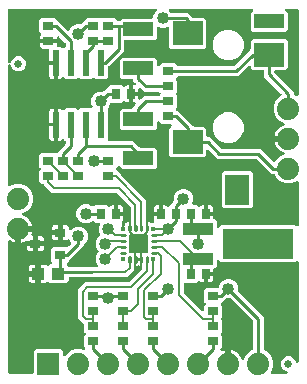
<source format=gbr>
G04 EAGLE Gerber RS-274X export*
G75*
%MOMM*%
%FSLAX34Y34*%
%LPD*%
%INTop Copper*%
%IPPOS*%
%AMOC8*
5,1,8,0,0,1.08239X$1,22.5*%
G01*
%ADD10C,0.266000*%
%ADD11R,0.340000X0.340000*%
%ADD12C,0.160000*%
%ADD13R,0.700000X0.900000*%
%ADD14R,0.900000X0.700000*%
%ADD15R,2.500000X1.000000*%
%ADD16R,6.000000X2.500000*%
%ADD17R,1.100000X1.000000*%
%ADD18R,2.500000X2.000000*%
%ADD19R,2.000000X2.500000*%
%ADD20R,2.500000X1.200000*%
%ADD21R,0.609600X2.209800*%
%ADD22R,1.879600X1.879600*%
%ADD23C,1.879600*%
%ADD24R,0.900000X0.800000*%
%ADD25C,0.635000*%
%ADD26C,0.203200*%
%ADD27C,1.016000*%
%ADD28C,0.254000*%

G36*
X24502Y-8620D02*
X24502Y-8620D01*
X24621Y-8613D01*
X24659Y-8600D01*
X24700Y-8595D01*
X24810Y-8552D01*
X24923Y-8515D01*
X24958Y-8493D01*
X24995Y-8478D01*
X25091Y-8409D01*
X25192Y-8345D01*
X25220Y-8315D01*
X25253Y-8292D01*
X25329Y-8200D01*
X25410Y-8113D01*
X25430Y-8078D01*
X25455Y-8047D01*
X25506Y-7939D01*
X25564Y-7835D01*
X25574Y-7795D01*
X25591Y-7759D01*
X25613Y-7642D01*
X25643Y-7527D01*
X25647Y-7467D01*
X25651Y-7447D01*
X25649Y-7426D01*
X25653Y-7366D01*
X25653Y10661D01*
X27439Y12447D01*
X48761Y12447D01*
X50547Y10661D01*
X50547Y7634D01*
X50555Y7564D01*
X50554Y7495D01*
X50575Y7407D01*
X50587Y7318D01*
X50612Y7253D01*
X50629Y7185D01*
X50671Y7106D01*
X50704Y7023D01*
X50745Y6966D01*
X50777Y6904D01*
X50838Y6838D01*
X50890Y6765D01*
X50944Y6721D01*
X50991Y6669D01*
X51066Y6620D01*
X51135Y6562D01*
X51199Y6533D01*
X51257Y6494D01*
X51342Y6465D01*
X51423Y6427D01*
X51492Y6414D01*
X51558Y6391D01*
X51647Y6384D01*
X51735Y6367D01*
X51805Y6371D01*
X51875Y6366D01*
X51963Y6381D01*
X52053Y6387D01*
X52119Y6408D01*
X52188Y6420D01*
X52270Y6457D01*
X52355Y6485D01*
X52414Y6522D01*
X52478Y6551D01*
X52548Y6607D01*
X52624Y6655D01*
X52672Y6706D01*
X52727Y6750D01*
X52781Y6821D01*
X52842Y6887D01*
X52876Y6948D01*
X52918Y7004D01*
X52934Y7036D01*
X56450Y10552D01*
X61024Y12447D01*
X65976Y12447D01*
X67534Y11801D01*
X67601Y11783D01*
X67665Y11755D01*
X67754Y11741D01*
X67840Y11718D01*
X67910Y11716D01*
X67979Y11705D01*
X68069Y11714D01*
X68158Y11712D01*
X68226Y11729D01*
X68296Y11735D01*
X68380Y11766D01*
X68468Y11787D01*
X68529Y11819D01*
X68595Y11843D01*
X68669Y11893D01*
X68749Y11935D01*
X68800Y11982D01*
X68858Y12021D01*
X68918Y12089D01*
X68984Y12149D01*
X69022Y12208D01*
X69069Y12260D01*
X69109Y12340D01*
X69159Y12415D01*
X69182Y12481D01*
X69213Y12543D01*
X69233Y12631D01*
X69262Y12716D01*
X69268Y12785D01*
X69283Y12853D01*
X69280Y12943D01*
X69287Y13033D01*
X69275Y13102D01*
X69273Y13171D01*
X69248Y13257D01*
X69233Y13346D01*
X69204Y13410D01*
X69185Y13477D01*
X69139Y13554D01*
X69102Y13636D01*
X69059Y13691D01*
X69023Y13751D01*
X68917Y13872D01*
X68651Y14137D01*
X68651Y23663D01*
X69491Y24503D01*
X69564Y24597D01*
X69643Y24686D01*
X69661Y24722D01*
X69686Y24754D01*
X69733Y24863D01*
X69787Y24969D01*
X69796Y25008D01*
X69812Y25046D01*
X69831Y25163D01*
X69857Y25279D01*
X69856Y25320D01*
X69862Y25360D01*
X69851Y25478D01*
X69847Y25597D01*
X69836Y25636D01*
X69832Y25676D01*
X69792Y25788D01*
X69759Y25903D01*
X69738Y25938D01*
X69725Y25976D01*
X69658Y26074D01*
X69597Y26177D01*
X69558Y26222D01*
X69546Y26239D01*
X69531Y26252D01*
X69491Y26298D01*
X68651Y27137D01*
X68651Y33025D01*
X68639Y33123D01*
X68636Y33222D01*
X68619Y33280D01*
X68611Y33340D01*
X68575Y33432D01*
X68547Y33527D01*
X68517Y33579D01*
X68494Y33636D01*
X68436Y33716D01*
X68386Y33801D01*
X68320Y33877D01*
X68308Y33893D01*
X68298Y33901D01*
X68280Y33922D01*
X63245Y38956D01*
X63245Y62644D01*
X69436Y68835D01*
X105741Y68835D01*
X105839Y68847D01*
X105938Y68850D01*
X105996Y68867D01*
X106056Y68875D01*
X106148Y68911D01*
X106243Y68939D01*
X106295Y68969D01*
X106352Y68992D01*
X106432Y69050D01*
X106517Y69100D01*
X106593Y69166D01*
X106609Y69178D01*
X106617Y69188D01*
X106638Y69206D01*
X117364Y79932D01*
X117424Y80010D01*
X117492Y80082D01*
X117521Y80135D01*
X117558Y80183D01*
X117598Y80274D01*
X117646Y80361D01*
X117661Y80419D01*
X117685Y80475D01*
X117700Y80573D01*
X117725Y80669D01*
X117731Y80769D01*
X117735Y80789D01*
X117733Y80801D01*
X117735Y80829D01*
X117735Y81390D01*
X117720Y81508D01*
X117713Y81627D01*
X117700Y81665D01*
X117695Y81706D01*
X117652Y81816D01*
X117615Y81929D01*
X117593Y81964D01*
X117578Y82001D01*
X117509Y82097D01*
X117445Y82198D01*
X117415Y82226D01*
X117392Y82259D01*
X117300Y82335D01*
X117213Y82416D01*
X117178Y82436D01*
X117147Y82461D01*
X117039Y82512D01*
X116935Y82570D01*
X116895Y82580D01*
X116859Y82597D01*
X116742Y82619D01*
X116627Y82649D01*
X116567Y82653D01*
X116547Y82657D01*
X116526Y82655D01*
X116466Y82659D01*
X116220Y82659D01*
X115236Y82923D01*
X114935Y83097D01*
X114837Y83138D01*
X114743Y83187D01*
X114691Y83199D01*
X114641Y83220D01*
X114537Y83236D01*
X114434Y83260D01*
X114380Y83259D01*
X114327Y83267D01*
X114222Y83256D01*
X114116Y83254D01*
X114064Y83239D01*
X114011Y83234D01*
X113911Y83197D01*
X113810Y83168D01*
X113733Y83130D01*
X113712Y83123D01*
X113700Y83114D01*
X113665Y83097D01*
X113364Y82923D01*
X112380Y82659D01*
X112134Y82659D01*
X112016Y82644D01*
X111897Y82637D01*
X111859Y82624D01*
X111818Y82619D01*
X111708Y82576D01*
X111595Y82539D01*
X111560Y82517D01*
X111523Y82502D01*
X111427Y82433D01*
X111326Y82369D01*
X111298Y82339D01*
X111265Y82316D01*
X111189Y82224D01*
X111108Y82137D01*
X111088Y82102D01*
X111063Y82071D01*
X111012Y81963D01*
X110954Y81859D01*
X110944Y81819D01*
X110927Y81783D01*
X110905Y81666D01*
X110875Y81551D01*
X110871Y81491D01*
X110867Y81471D01*
X110869Y81450D01*
X110865Y81390D01*
X110865Y79716D01*
X104554Y73405D01*
X77499Y73405D01*
X77400Y73393D01*
X77301Y73390D01*
X77243Y73373D01*
X77183Y73365D01*
X77091Y73329D01*
X76996Y73301D01*
X76944Y73271D01*
X76887Y73248D01*
X76807Y73190D01*
X76741Y73151D01*
X56418Y73151D01*
X56300Y73136D01*
X56181Y73129D01*
X56143Y73116D01*
X56102Y73111D01*
X55992Y73068D01*
X55879Y73031D01*
X55844Y73009D01*
X55807Y72994D01*
X55711Y72925D01*
X55610Y72861D01*
X55582Y72831D01*
X55549Y72808D01*
X55473Y72716D01*
X55392Y72629D01*
X55372Y72594D01*
X55347Y72563D01*
X55296Y72455D01*
X55238Y72351D01*
X55228Y72311D01*
X55211Y72275D01*
X55189Y72158D01*
X55159Y72043D01*
X55155Y71983D01*
X55151Y71963D01*
X55153Y71942D01*
X55149Y71882D01*
X55149Y69937D01*
X53363Y68151D01*
X39837Y68151D01*
X38638Y69350D01*
X38544Y69423D01*
X38455Y69502D01*
X38419Y69520D01*
X38387Y69545D01*
X38278Y69592D01*
X38172Y69647D01*
X38132Y69655D01*
X38095Y69671D01*
X37977Y69690D01*
X37861Y69716D01*
X37821Y69715D01*
X37781Y69721D01*
X37662Y69710D01*
X37544Y69707D01*
X37505Y69695D01*
X37464Y69691D01*
X37352Y69651D01*
X37238Y69618D01*
X37203Y69598D01*
X37165Y69584D01*
X37067Y69517D01*
X36964Y69457D01*
X36919Y69417D01*
X36902Y69405D01*
X36889Y69390D01*
X36843Y69350D01*
X36660Y69167D01*
X36081Y68832D01*
X35434Y68659D01*
X32099Y68659D01*
X32099Y74970D01*
X32084Y75088D01*
X32077Y75207D01*
X32064Y75245D01*
X32059Y75285D01*
X32016Y75396D01*
X31979Y75509D01*
X31957Y75543D01*
X31942Y75581D01*
X31873Y75677D01*
X31809Y75778D01*
X31779Y75806D01*
X31756Y75838D01*
X31664Y75914D01*
X31577Y75996D01*
X31542Y76015D01*
X31511Y76041D01*
X31403Y76092D01*
X31299Y76149D01*
X31259Y76159D01*
X31223Y76177D01*
X31116Y76197D01*
X31146Y76201D01*
X31256Y76245D01*
X31369Y76281D01*
X31404Y76303D01*
X31441Y76318D01*
X31537Y76388D01*
X31638Y76451D01*
X31666Y76481D01*
X31699Y76505D01*
X31775Y76596D01*
X31856Y76683D01*
X31876Y76718D01*
X31901Y76750D01*
X31952Y76857D01*
X32010Y76962D01*
X32020Y77001D01*
X32037Y77037D01*
X32059Y77154D01*
X32089Y77270D01*
X32093Y77330D01*
X32097Y77350D01*
X32095Y77370D01*
X32099Y77430D01*
X32099Y83741D01*
X35434Y83741D01*
X36081Y83568D01*
X36660Y83233D01*
X36843Y83050D01*
X36937Y82977D01*
X37027Y82898D01*
X37063Y82880D01*
X37095Y82855D01*
X37204Y82808D01*
X37310Y82753D01*
X37349Y82745D01*
X37386Y82729D01*
X37504Y82710D01*
X37620Y82684D01*
X37661Y82685D01*
X37701Y82679D01*
X37819Y82690D01*
X37938Y82693D01*
X37977Y82705D01*
X38017Y82709D01*
X38129Y82749D01*
X38244Y82782D01*
X38278Y82802D01*
X38316Y82816D01*
X38415Y82883D01*
X38517Y82943D01*
X38563Y82983D01*
X38580Y82995D01*
X38593Y83010D01*
X38638Y83050D01*
X39837Y84249D01*
X40075Y84249D01*
X40213Y84266D01*
X40352Y84279D01*
X40371Y84286D01*
X40391Y84289D01*
X40520Y84340D01*
X40651Y84387D01*
X40668Y84398D01*
X40687Y84406D01*
X40799Y84487D01*
X40914Y84565D01*
X40928Y84581D01*
X40944Y84592D01*
X41033Y84700D01*
X41125Y84804D01*
X41134Y84822D01*
X41147Y84837D01*
X41206Y84963D01*
X41269Y85087D01*
X41274Y85107D01*
X41282Y85125D01*
X41308Y85262D01*
X41339Y85397D01*
X41338Y85418D01*
X41342Y85437D01*
X41334Y85576D01*
X41329Y85715D01*
X41324Y85735D01*
X41322Y85755D01*
X41280Y85887D01*
X41241Y86021D01*
X41231Y86038D01*
X41224Y86057D01*
X41150Y86175D01*
X41079Y86295D01*
X41061Y86316D01*
X41054Y86326D01*
X41039Y86340D01*
X40973Y86415D01*
X40551Y86837D01*
X40551Y97363D01*
X42337Y99149D01*
X54247Y99149D01*
X54281Y99141D01*
X54322Y99142D01*
X54362Y99136D01*
X54480Y99147D01*
X54599Y99151D01*
X54638Y99162D01*
X54678Y99166D01*
X54791Y99206D01*
X54905Y99239D01*
X54939Y99260D01*
X54978Y99273D01*
X55076Y99340D01*
X55179Y99401D01*
X55224Y99441D01*
X55241Y99452D01*
X55254Y99467D01*
X55299Y99507D01*
X56976Y101183D01*
X57049Y101278D01*
X57128Y101367D01*
X57146Y101403D01*
X57171Y101435D01*
X57218Y101544D01*
X57272Y101650D01*
X57281Y101689D01*
X57297Y101727D01*
X57316Y101844D01*
X57342Y101960D01*
X57341Y102001D01*
X57347Y102041D01*
X57336Y102160D01*
X57332Y102278D01*
X57321Y102317D01*
X57317Y102357D01*
X57277Y102469D01*
X57244Y102584D01*
X57223Y102618D01*
X57210Y102657D01*
X57143Y102755D01*
X57082Y102858D01*
X57042Y102903D01*
X57031Y102920D01*
X57016Y102933D01*
X56976Y102978D01*
X56609Y103345D01*
X56114Y104539D01*
X56090Y104582D01*
X56073Y104629D01*
X56011Y104720D01*
X55957Y104816D01*
X55922Y104851D01*
X55894Y104892D01*
X55812Y104965D01*
X55735Y105044D01*
X55693Y105070D01*
X55656Y105103D01*
X55558Y105153D01*
X55464Y105210D01*
X55417Y105225D01*
X55373Y105247D01*
X55265Y105271D01*
X55160Y105304D01*
X55111Y105306D01*
X55062Y105317D01*
X54953Y105314D01*
X54843Y105319D01*
X54794Y105309D01*
X54744Y105307D01*
X54639Y105277D01*
X54531Y105255D01*
X54487Y105233D01*
X54454Y105223D01*
X54449Y105222D01*
X54439Y105219D01*
X54417Y105206D01*
X54305Y105150D01*
X53581Y104732D01*
X52934Y104559D01*
X50099Y104559D01*
X50099Y110370D01*
X50084Y110488D01*
X50077Y110607D01*
X50064Y110645D01*
X50059Y110685D01*
X50016Y110796D01*
X49979Y110909D01*
X49957Y110943D01*
X49942Y110981D01*
X49873Y111077D01*
X49862Y111094D01*
X49876Y111118D01*
X49901Y111150D01*
X49952Y111257D01*
X50010Y111362D01*
X50020Y111401D01*
X50037Y111437D01*
X50059Y111554D01*
X50089Y111670D01*
X50093Y111730D01*
X50097Y111750D01*
X50095Y111770D01*
X50099Y111830D01*
X50099Y117641D01*
X52934Y117641D01*
X53581Y117468D01*
X54160Y117133D01*
X54633Y116660D01*
X54968Y116081D01*
X55141Y115434D01*
X55141Y114151D01*
X55158Y114013D01*
X55171Y113874D01*
X55178Y113855D01*
X55181Y113835D01*
X55232Y113706D01*
X55279Y113575D01*
X55290Y113558D01*
X55298Y113540D01*
X55379Y113427D01*
X55457Y113312D01*
X55473Y113299D01*
X55484Y113282D01*
X55592Y113193D01*
X55696Y113101D01*
X55714Y113092D01*
X55729Y113079D01*
X55855Y113020D01*
X55979Y112957D01*
X55999Y112952D01*
X56017Y112944D01*
X56154Y112918D01*
X56289Y112887D01*
X56310Y112888D01*
X56329Y112884D01*
X56468Y112893D01*
X56607Y112897D01*
X56627Y112903D01*
X56647Y112904D01*
X56779Y112947D01*
X56913Y112985D01*
X56930Y112996D01*
X56949Y113002D01*
X57067Y113076D01*
X57187Y113147D01*
X57208Y113165D01*
X57218Y113172D01*
X57232Y113187D01*
X57307Y113253D01*
X58895Y114841D01*
X61883Y116079D01*
X65117Y116079D01*
X68105Y114841D01*
X70391Y112555D01*
X71629Y109567D01*
X71629Y106333D01*
X70391Y103345D01*
X68190Y101145D01*
X68130Y101066D01*
X68062Y100994D01*
X68033Y100941D01*
X67996Y100893D01*
X67956Y100802D01*
X67908Y100716D01*
X67893Y100657D01*
X67869Y100602D01*
X67854Y100504D01*
X67829Y100408D01*
X67823Y100308D01*
X67819Y100288D01*
X67821Y100275D01*
X67819Y100247D01*
X67819Y99811D01*
X64917Y96910D01*
X56020Y88013D01*
X55960Y87935D01*
X55892Y87863D01*
X55863Y87810D01*
X55826Y87762D01*
X55786Y87671D01*
X55738Y87584D01*
X55723Y87525D01*
X55699Y87470D01*
X55684Y87372D01*
X55659Y87276D01*
X55653Y87176D01*
X55649Y87156D01*
X55651Y87143D01*
X55649Y87115D01*
X55649Y86837D01*
X54109Y85297D01*
X54036Y85203D01*
X53957Y85114D01*
X53939Y85078D01*
X53914Y85046D01*
X53867Y84937D01*
X53813Y84831D01*
X53804Y84792D01*
X53788Y84754D01*
X53769Y84637D01*
X53743Y84521D01*
X53744Y84480D01*
X53738Y84440D01*
X53749Y84322D01*
X53753Y84203D01*
X53764Y84164D01*
X53768Y84124D01*
X53808Y84012D01*
X53841Y83897D01*
X53862Y83862D01*
X53875Y83824D01*
X53942Y83726D01*
X54003Y83623D01*
X54042Y83578D01*
X54054Y83561D01*
X54069Y83548D01*
X54109Y83502D01*
X55451Y82160D01*
X55529Y82100D01*
X55601Y82032D01*
X55654Y82003D01*
X55702Y81966D01*
X55793Y81926D01*
X55880Y81878D01*
X55939Y81863D01*
X55994Y81839D01*
X56092Y81824D01*
X56188Y81799D01*
X56288Y81793D01*
X56308Y81789D01*
X56321Y81791D01*
X56349Y81789D01*
X76740Y81789D01*
X76752Y81778D01*
X76805Y81749D01*
X76852Y81712D01*
X76943Y81672D01*
X77030Y81624D01*
X77089Y81609D01*
X77144Y81585D01*
X77242Y81570D01*
X77338Y81545D01*
X77438Y81539D01*
X77458Y81535D01*
X77471Y81537D01*
X77499Y81535D01*
X79165Y81535D01*
X79303Y81552D01*
X79442Y81565D01*
X79461Y81572D01*
X79481Y81575D01*
X79610Y81626D01*
X79741Y81673D01*
X79758Y81684D01*
X79776Y81692D01*
X79889Y81773D01*
X80004Y81851D01*
X80017Y81867D01*
X80034Y81878D01*
X80123Y81986D01*
X80215Y82090D01*
X80224Y82108D01*
X80237Y82123D01*
X80296Y82249D01*
X80359Y82373D01*
X80364Y82393D01*
X80372Y82411D01*
X80398Y82548D01*
X80429Y82683D01*
X80428Y82704D01*
X80432Y82723D01*
X80423Y82862D01*
X80419Y83001D01*
X80413Y83021D01*
X80412Y83041D01*
X80369Y83173D01*
X80331Y83307D01*
X80320Y83324D01*
X80314Y83343D01*
X80240Y83461D01*
X80169Y83581D01*
X80151Y83602D01*
X80144Y83612D01*
X80129Y83626D01*
X80063Y83701D01*
X79469Y84295D01*
X78231Y87283D01*
X78231Y90517D01*
X79469Y93505D01*
X80317Y94352D01*
X80390Y94446D01*
X80468Y94536D01*
X80487Y94572D01*
X80512Y94604D01*
X80559Y94713D01*
X80613Y94819D01*
X80622Y94858D01*
X80638Y94896D01*
X80657Y95013D01*
X80683Y95129D01*
X80682Y95170D01*
X80688Y95210D01*
X80677Y95328D01*
X80673Y95447D01*
X80662Y95486D01*
X80658Y95526D01*
X80618Y95639D01*
X80585Y95753D01*
X80564Y95787D01*
X80550Y95826D01*
X80484Y95924D01*
X80423Y96027D01*
X80383Y96072D01*
X80372Y96089D01*
X80357Y96102D01*
X80317Y96147D01*
X79469Y96995D01*
X78231Y99983D01*
X78231Y103217D01*
X79469Y106205D01*
X81688Y108423D01*
X81706Y108447D01*
X81728Y108466D01*
X81803Y108572D01*
X81883Y108675D01*
X81894Y108702D01*
X81911Y108726D01*
X81957Y108847D01*
X82009Y108967D01*
X82014Y108996D01*
X82024Y109023D01*
X82038Y109152D01*
X82059Y109281D01*
X82056Y109310D01*
X82059Y109339D01*
X82041Y109468D01*
X82029Y109597D01*
X82019Y109625D01*
X82015Y109654D01*
X81963Y109807D01*
X80771Y112683D01*
X80771Y115917D01*
X81508Y117696D01*
X81521Y117744D01*
X81543Y117789D01*
X81563Y117897D01*
X81592Y118003D01*
X81593Y118053D01*
X81602Y118102D01*
X81596Y118211D01*
X81597Y118321D01*
X81586Y118369D01*
X81583Y118419D01*
X81549Y118523D01*
X81523Y118630D01*
X81500Y118674D01*
X81485Y118721D01*
X81426Y118814D01*
X81374Y118911D01*
X81341Y118948D01*
X81314Y118990D01*
X81234Y119065D01*
X81160Y119147D01*
X81119Y119174D01*
X81083Y119208D01*
X80987Y119261D01*
X80895Y119321D01*
X80848Y119338D01*
X80804Y119362D01*
X80698Y119389D01*
X80594Y119425D01*
X80544Y119429D01*
X80496Y119441D01*
X80336Y119451D01*
X77637Y119451D01*
X76615Y120474D01*
X76530Y120539D01*
X76482Y120585D01*
X76470Y120591D01*
X76431Y120626D01*
X76395Y120644D01*
X76363Y120669D01*
X76254Y120716D01*
X76148Y120770D01*
X76109Y120779D01*
X76071Y120795D01*
X75954Y120814D01*
X75838Y120840D01*
X75797Y120839D01*
X75757Y120845D01*
X75638Y120834D01*
X75520Y120830D01*
X75481Y120819D01*
X75441Y120815D01*
X75329Y120775D01*
X75214Y120742D01*
X75180Y120721D01*
X75141Y120708D01*
X75043Y120641D01*
X74940Y120580D01*
X74895Y120540D01*
X74878Y120529D01*
X74865Y120514D01*
X74834Y120487D01*
X74831Y120485D01*
X74830Y120483D01*
X74820Y120474D01*
X74455Y120109D01*
X71467Y118871D01*
X68233Y118871D01*
X65245Y120109D01*
X62959Y122395D01*
X61721Y125383D01*
X61721Y128617D01*
X62959Y131605D01*
X65245Y133891D01*
X68233Y135129D01*
X71467Y135129D01*
X74455Y133891D01*
X74820Y133526D01*
X74914Y133453D01*
X75003Y133374D01*
X75039Y133356D01*
X75071Y133331D01*
X75180Y133284D01*
X75286Y133230D01*
X75326Y133221D01*
X75363Y133205D01*
X75481Y133186D01*
X75596Y133160D01*
X75637Y133161D01*
X75677Y133155D01*
X75795Y133166D01*
X75914Y133170D01*
X75953Y133181D01*
X75993Y133185D01*
X76105Y133225D01*
X76220Y133258D01*
X76255Y133279D01*
X76293Y133292D01*
X76391Y133359D01*
X76494Y133420D01*
X76539Y133460D01*
X76556Y133471D01*
X76569Y133486D01*
X76615Y133526D01*
X77637Y134549D01*
X87163Y134549D01*
X88362Y133350D01*
X88456Y133277D01*
X88545Y133198D01*
X88581Y133180D01*
X88613Y133155D01*
X88722Y133108D01*
X88828Y133053D01*
X88868Y133045D01*
X88905Y133029D01*
X89023Y133010D01*
X89139Y132984D01*
X89179Y132985D01*
X89219Y132979D01*
X89338Y132990D01*
X89456Y132993D01*
X89495Y133005D01*
X89536Y133009D01*
X89648Y133049D01*
X89762Y133082D01*
X89797Y133102D01*
X89835Y133116D01*
X89933Y133183D01*
X90036Y133243D01*
X90081Y133283D01*
X90098Y133295D01*
X90111Y133310D01*
X90157Y133350D01*
X90340Y133533D01*
X90919Y133868D01*
X91566Y134041D01*
X93651Y134041D01*
X93651Y127480D01*
X93666Y127362D01*
X93673Y127243D01*
X93685Y127205D01*
X93691Y127165D01*
X93734Y127054D01*
X93771Y126941D01*
X93793Y126907D01*
X93808Y126869D01*
X93877Y126773D01*
X93941Y126672D01*
X93971Y126644D01*
X93994Y126612D01*
X94086Y126536D01*
X94173Y126454D01*
X94208Y126435D01*
X94239Y126409D01*
X94347Y126358D01*
X94451Y126301D01*
X94491Y126291D01*
X94527Y126273D01*
X94644Y126251D01*
X94646Y126245D01*
X94651Y126204D01*
X94695Y126094D01*
X94731Y125981D01*
X94753Y125946D01*
X94768Y125909D01*
X94838Y125812D01*
X94901Y125712D01*
X94931Y125684D01*
X94955Y125651D01*
X95046Y125575D01*
X95133Y125494D01*
X95168Y125474D01*
X95200Y125449D01*
X95307Y125398D01*
X95412Y125340D01*
X95451Y125330D01*
X95487Y125313D01*
X95604Y125291D01*
X95720Y125261D01*
X95780Y125257D01*
X95800Y125253D01*
X95820Y125255D01*
X95880Y125251D01*
X101441Y125251D01*
X101441Y122166D01*
X101268Y121519D01*
X100933Y120940D01*
X100651Y120658D01*
X100565Y120548D01*
X100477Y120441D01*
X100468Y120422D01*
X100456Y120406D01*
X100400Y120279D01*
X100341Y120153D01*
X100337Y120133D01*
X100329Y120114D01*
X100307Y119977D01*
X100281Y119840D01*
X100283Y119820D01*
X100279Y119800D01*
X100293Y119661D01*
X100301Y119523D01*
X100307Y119504D01*
X100309Y119484D01*
X100356Y119352D01*
X100381Y119278D01*
X100381Y117570D01*
X100381Y117566D01*
X100381Y117562D01*
X100401Y117409D01*
X100420Y117254D01*
X100422Y117251D01*
X100422Y117247D01*
X100481Y117102D01*
X100537Y116959D01*
X100540Y116955D01*
X100541Y116952D01*
X100634Y116826D01*
X100724Y116701D01*
X100727Y116699D01*
X100730Y116695D01*
X100850Y116597D01*
X100969Y116498D01*
X100973Y116497D01*
X100976Y116494D01*
X101116Y116429D01*
X101257Y116363D01*
X101261Y116362D01*
X101265Y116360D01*
X101420Y116332D01*
X101569Y116303D01*
X101573Y116303D01*
X101577Y116303D01*
X101734Y116313D01*
X101887Y116323D01*
X101891Y116324D01*
X101895Y116324D01*
X102044Y116374D01*
X102189Y116421D01*
X102193Y116423D01*
X102196Y116424D01*
X102329Y116509D01*
X102458Y116591D01*
X102461Y116594D01*
X102464Y116596D01*
X102569Y116710D01*
X102676Y116823D01*
X102678Y116826D01*
X102681Y116829D01*
X102753Y116963D01*
X102829Y117101D01*
X102830Y117105D01*
X102832Y117109D01*
X102881Y117262D01*
X102881Y117263D01*
X102890Y117338D01*
X102905Y117393D01*
X102909Y117410D01*
X102919Y117571D01*
X102919Y118540D01*
X102993Y118569D01*
X103094Y118600D01*
X103140Y118628D01*
X103190Y118648D01*
X103276Y118710D01*
X103366Y118764D01*
X103404Y118803D01*
X103447Y118834D01*
X103515Y118916D01*
X103589Y118991D01*
X103612Y119026D01*
X104353Y119767D01*
X105236Y120277D01*
X106220Y120541D01*
X106466Y120541D01*
X106584Y120556D01*
X106703Y120563D01*
X106741Y120576D01*
X106782Y120581D01*
X106892Y120624D01*
X107005Y120661D01*
X107040Y120683D01*
X107077Y120698D01*
X107173Y120767D01*
X107274Y120831D01*
X107302Y120861D01*
X107335Y120884D01*
X107411Y120976D01*
X107492Y121063D01*
X107512Y121098D01*
X107537Y121129D01*
X107588Y121237D01*
X107646Y121341D01*
X107656Y121381D01*
X107673Y121417D01*
X107695Y121534D01*
X107725Y121649D01*
X107729Y121709D01*
X107733Y121729D01*
X107731Y121750D01*
X107735Y121810D01*
X107735Y132371D01*
X107723Y132469D01*
X107720Y132568D01*
X107703Y132626D01*
X107695Y132686D01*
X107659Y132778D01*
X107631Y132873D01*
X107601Y132925D01*
X107578Y132982D01*
X107520Y133062D01*
X107470Y133147D01*
X107404Y133223D01*
X107392Y133239D01*
X107382Y133247D01*
X107364Y133268D01*
X96478Y144154D01*
X96400Y144214D01*
X96328Y144282D01*
X96275Y144311D01*
X96227Y144348D01*
X96136Y144388D01*
X96049Y144436D01*
X95991Y144451D01*
X95935Y144475D01*
X95837Y144490D01*
X95741Y144515D01*
X95641Y144521D01*
X95621Y144525D01*
X95609Y144523D01*
X95581Y144525D01*
X41496Y144525D01*
X34342Y151680D01*
X34264Y151740D01*
X34192Y151808D01*
X34139Y151837D01*
X34091Y151874D01*
X34000Y151914D01*
X33913Y151962D01*
X33855Y151977D01*
X33799Y152001D01*
X33701Y152016D01*
X33605Y152041D01*
X33505Y152047D01*
X33485Y152051D01*
X33473Y152049D01*
X33445Y152051D01*
X32337Y152051D01*
X30551Y153837D01*
X30551Y163363D01*
X31391Y164202D01*
X31464Y164296D01*
X31543Y164386D01*
X31561Y164422D01*
X31586Y164454D01*
X31633Y164563D01*
X31687Y164669D01*
X31696Y164708D01*
X31712Y164746D01*
X31731Y164863D01*
X31757Y164979D01*
X31756Y165020D01*
X31762Y165060D01*
X31751Y165178D01*
X31747Y165297D01*
X31736Y165336D01*
X31732Y165376D01*
X31692Y165489D01*
X31659Y165603D01*
X31638Y165637D01*
X31625Y165676D01*
X31558Y165774D01*
X31497Y165877D01*
X31457Y165922D01*
X31446Y165939D01*
X31431Y165952D01*
X31391Y165997D01*
X30551Y166837D01*
X30551Y176363D01*
X32337Y178149D01*
X44070Y178149D01*
X44096Y178138D01*
X44213Y178119D01*
X44330Y178093D01*
X44370Y178094D01*
X44410Y178088D01*
X44529Y178099D01*
X44648Y178103D01*
X44686Y178114D01*
X44726Y178118D01*
X44813Y178149D01*
X45212Y178149D01*
X45330Y178164D01*
X45449Y178171D01*
X45487Y178184D01*
X45528Y178189D01*
X45638Y178232D01*
X45751Y178269D01*
X45786Y178291D01*
X45823Y178306D01*
X45919Y178375D01*
X46020Y178439D01*
X46048Y178469D01*
X46081Y178492D01*
X46157Y178584D01*
X46238Y178671D01*
X46258Y178706D01*
X46283Y178737D01*
X46334Y178845D01*
X46392Y178949D01*
X46402Y178989D01*
X46419Y179025D01*
X46441Y179142D01*
X46471Y179257D01*
X46475Y179317D01*
X46479Y179337D01*
X46477Y179358D01*
X46481Y179418D01*
X46481Y179589D01*
X52460Y185567D01*
X52520Y185645D01*
X52588Y185718D01*
X52617Y185771D01*
X52654Y185818D01*
X52694Y185909D01*
X52742Y185996D01*
X52757Y186055D01*
X52781Y186110D01*
X52796Y186208D01*
X52821Y186304D01*
X52827Y186404D01*
X52831Y186424D01*
X52829Y186437D01*
X52831Y186465D01*
X52831Y187822D01*
X52819Y187921D01*
X52816Y188020D01*
X52799Y188078D01*
X52791Y188138D01*
X52755Y188230D01*
X52727Y188325D01*
X52697Y188377D01*
X52674Y188434D01*
X52616Y188514D01*
X52566Y188599D01*
X52500Y188674D01*
X52488Y188691D01*
X52478Y188699D01*
X52460Y188720D01*
X51338Y189841D01*
X51244Y189914D01*
X51155Y189993D01*
X51119Y190011D01*
X51087Y190036D01*
X50978Y190083D01*
X50872Y190138D01*
X50832Y190146D01*
X50795Y190162D01*
X50677Y190181D01*
X50561Y190207D01*
X50521Y190206D01*
X50481Y190212D01*
X50362Y190201D01*
X50244Y190197D01*
X50205Y190186D01*
X50164Y190182D01*
X50052Y190142D01*
X49938Y190109D01*
X49903Y190089D01*
X49865Y190075D01*
X49767Y190008D01*
X49664Y189948D01*
X49619Y189908D01*
X49602Y189896D01*
X49589Y189881D01*
X49543Y189841D01*
X49058Y189356D01*
X48479Y189021D01*
X47832Y188848D01*
X45973Y188848D01*
X45973Y202184D01*
X45958Y202302D01*
X45951Y202421D01*
X45942Y202449D01*
X45963Y202532D01*
X45967Y202592D01*
X45971Y202612D01*
X45969Y202632D01*
X45973Y202692D01*
X45973Y216028D01*
X47832Y216028D01*
X48479Y215855D01*
X49058Y215520D01*
X49543Y215035D01*
X49637Y214962D01*
X49727Y214883D01*
X49763Y214865D01*
X49795Y214840D01*
X49904Y214793D01*
X50010Y214738D01*
X50049Y214730D01*
X50086Y214714D01*
X50204Y214695D01*
X50320Y214669D01*
X50360Y214670D01*
X50400Y214664D01*
X50519Y214675D01*
X50638Y214678D01*
X50677Y214690D01*
X50717Y214694D01*
X50829Y214734D01*
X50943Y214767D01*
X50978Y214787D01*
X51016Y214801D01*
X51115Y214868D01*
X51217Y214928D01*
X51263Y214968D01*
X51280Y214980D01*
X51293Y214995D01*
X51338Y215035D01*
X52839Y216536D01*
X61461Y216536D01*
X62602Y215394D01*
X62697Y215321D01*
X62786Y215242D01*
X62822Y215224D01*
X62854Y215199D01*
X62963Y215152D01*
X63069Y215098D01*
X63108Y215089D01*
X63146Y215073D01*
X63263Y215054D01*
X63379Y215028D01*
X63420Y215029D01*
X63460Y215023D01*
X63578Y215034D01*
X63697Y215038D01*
X63736Y215049D01*
X63776Y215053D01*
X63889Y215093D01*
X64003Y215126D01*
X64037Y215147D01*
X64076Y215160D01*
X64174Y215227D01*
X64277Y215288D01*
X64322Y215328D01*
X64339Y215339D01*
X64352Y215354D01*
X64397Y215394D01*
X65539Y216536D01*
X74219Y216536D01*
X74268Y216542D01*
X74318Y216540D01*
X74425Y216562D01*
X74534Y216576D01*
X74581Y216594D01*
X74629Y216604D01*
X74728Y216652D01*
X74830Y216693D01*
X74870Y216722D01*
X74915Y216744D01*
X74999Y216815D01*
X75087Y216879D01*
X75119Y216918D01*
X75157Y216950D01*
X75220Y217040D01*
X75290Y217124D01*
X75311Y217169D01*
X75340Y217210D01*
X75379Y217313D01*
X75426Y217412D01*
X75435Y217461D01*
X75453Y217507D01*
X75465Y217617D01*
X75486Y217724D01*
X75482Y217774D01*
X75488Y217823D01*
X75473Y217932D01*
X75466Y218042D01*
X75451Y218089D01*
X75444Y218138D01*
X75392Y218291D01*
X74421Y220633D01*
X74421Y223867D01*
X75659Y226855D01*
X77945Y229141D01*
X80933Y230379D01*
X84045Y230379D01*
X84144Y230391D01*
X84243Y230394D01*
X84301Y230411D01*
X84361Y230419D01*
X84453Y230455D01*
X84548Y230483D01*
X84600Y230513D01*
X84657Y230536D01*
X84737Y230594D01*
X84822Y230644D01*
X84897Y230710D01*
X84914Y230722D01*
X84922Y230732D01*
X84943Y230750D01*
X87111Y232919D01*
X87282Y232919D01*
X87400Y232934D01*
X87519Y232941D01*
X87557Y232954D01*
X87598Y232959D01*
X87708Y233002D01*
X87821Y233039D01*
X87856Y233061D01*
X87893Y233076D01*
X87989Y233145D01*
X88090Y233209D01*
X88118Y233239D01*
X88151Y233262D01*
X88227Y233354D01*
X88308Y233441D01*
X88328Y233476D01*
X88353Y233507D01*
X88404Y233615D01*
X88462Y233719D01*
X88472Y233759D01*
X88489Y233795D01*
X88511Y233912D01*
X88541Y234027D01*
X88545Y234087D01*
X88549Y234107D01*
X88547Y234128D01*
X88551Y234188D01*
X88551Y234363D01*
X90337Y236149D01*
X99863Y236149D01*
X101062Y234950D01*
X101156Y234877D01*
X101245Y234798D01*
X101281Y234780D01*
X101313Y234755D01*
X101422Y234708D01*
X101528Y234653D01*
X101568Y234645D01*
X101605Y234629D01*
X101723Y234610D01*
X101839Y234584D01*
X101879Y234585D01*
X101919Y234579D01*
X102038Y234590D01*
X102156Y234593D01*
X102195Y234605D01*
X102236Y234609D01*
X102348Y234649D01*
X102462Y234682D01*
X102497Y234702D01*
X102535Y234716D01*
X102633Y234783D01*
X102736Y234843D01*
X102781Y234883D01*
X102798Y234895D01*
X102811Y234910D01*
X102857Y234950D01*
X103040Y235133D01*
X103619Y235468D01*
X104266Y235641D01*
X106351Y235641D01*
X106351Y229080D01*
X106366Y228962D01*
X106373Y228843D01*
X106385Y228805D01*
X106391Y228765D01*
X106434Y228654D01*
X106450Y228606D01*
X106440Y228588D01*
X106430Y228549D01*
X106413Y228513D01*
X106391Y228396D01*
X106361Y228280D01*
X106357Y228220D01*
X106353Y228200D01*
X106355Y228180D01*
X106351Y228120D01*
X106351Y221559D01*
X104266Y221559D01*
X103619Y221732D01*
X103040Y222067D01*
X102857Y222250D01*
X102763Y222323D01*
X102673Y222402D01*
X102637Y222420D01*
X102605Y222445D01*
X102496Y222492D01*
X102390Y222547D01*
X102351Y222555D01*
X102314Y222571D01*
X102196Y222590D01*
X102080Y222616D01*
X102039Y222615D01*
X101999Y222621D01*
X101881Y222610D01*
X101762Y222607D01*
X101723Y222595D01*
X101683Y222591D01*
X101571Y222551D01*
X101456Y222518D01*
X101422Y222498D01*
X101384Y222484D01*
X101285Y222417D01*
X101183Y222357D01*
X101137Y222317D01*
X101120Y222305D01*
X101107Y222290D01*
X101062Y222250D01*
X99863Y221051D01*
X91700Y221051D01*
X91671Y221048D01*
X91641Y221050D01*
X91513Y221028D01*
X91384Y221011D01*
X91357Y221001D01*
X91328Y220996D01*
X91209Y220942D01*
X91089Y220894D01*
X91065Y220877D01*
X91038Y220865D01*
X90937Y220784D01*
X90831Y220708D01*
X90813Y220685D01*
X90790Y220666D01*
X90711Y220563D01*
X90629Y220463D01*
X90616Y220436D01*
X90598Y220412D01*
X90527Y220268D01*
X89441Y217645D01*
X88494Y216698D01*
X88421Y216604D01*
X88342Y216515D01*
X88324Y216479D01*
X88299Y216447D01*
X88251Y216337D01*
X88197Y216231D01*
X88188Y216192D01*
X88172Y216155D01*
X88154Y216037D01*
X88128Y215921D01*
X88129Y215881D01*
X88123Y215841D01*
X88134Y215722D01*
X88137Y215603D01*
X88149Y215564D01*
X88152Y215524D01*
X88193Y215412D01*
X88226Y215298D01*
X88246Y215263D01*
X88260Y215225D01*
X88327Y215126D01*
X88387Y215024D01*
X88427Y214978D01*
X88439Y214962D01*
X88454Y214948D01*
X88494Y214903D01*
X88647Y214750D01*
X88647Y189738D01*
X88662Y189620D01*
X88669Y189501D01*
X88682Y189463D01*
X88687Y189422D01*
X88730Y189312D01*
X88767Y189199D01*
X88789Y189164D01*
X88804Y189127D01*
X88873Y189031D01*
X88937Y188930D01*
X88967Y188902D01*
X88990Y188869D01*
X89082Y188793D01*
X89169Y188712D01*
X89204Y188692D01*
X89235Y188667D01*
X89343Y188616D01*
X89447Y188558D01*
X89487Y188548D01*
X89523Y188531D01*
X89640Y188509D01*
X89755Y188479D01*
X89815Y188475D01*
X89835Y188471D01*
X89856Y188473D01*
X89916Y188469D01*
X109739Y188469D01*
X114787Y183420D01*
X114865Y183360D01*
X114938Y183292D01*
X114991Y183263D01*
X115038Y183226D01*
X115129Y183186D01*
X115216Y183138D01*
X115275Y183123D01*
X115330Y183099D01*
X115428Y183084D01*
X115524Y183059D01*
X115624Y183053D01*
X115644Y183049D01*
X115657Y183051D01*
X115685Y183049D01*
X128063Y183049D01*
X129849Y181263D01*
X129849Y166737D01*
X128063Y164951D01*
X100537Y164951D01*
X98447Y167041D01*
X98353Y167114D01*
X98264Y167193D01*
X98228Y167211D01*
X98196Y167236D01*
X98087Y167283D01*
X97981Y167337D01*
X97942Y167346D01*
X97904Y167362D01*
X97787Y167381D01*
X97671Y167407D01*
X97630Y167406D01*
X97590Y167412D01*
X97472Y167401D01*
X97353Y167397D01*
X97314Y167386D01*
X97274Y167382D01*
X97162Y167342D01*
X97047Y167309D01*
X97012Y167288D01*
X96974Y167275D01*
X96876Y167208D01*
X96773Y167147D01*
X96728Y167108D01*
X96711Y167096D01*
X96698Y167081D01*
X96652Y167041D01*
X95609Y165997D01*
X95536Y165904D01*
X95457Y165814D01*
X95439Y165778D01*
X95414Y165746D01*
X95367Y165637D01*
X95313Y165531D01*
X95304Y165491D01*
X95288Y165454D01*
X95269Y165337D01*
X95243Y165221D01*
X95244Y165180D01*
X95238Y165140D01*
X95249Y165022D01*
X95253Y164903D01*
X95264Y164864D01*
X95268Y164824D01*
X95308Y164712D01*
X95341Y164597D01*
X95362Y164562D01*
X95375Y164524D01*
X95442Y164426D01*
X95503Y164323D01*
X95542Y164278D01*
X95554Y164261D01*
X95569Y164248D01*
X95609Y164202D01*
X96627Y163184D01*
X96664Y163134D01*
X96714Y163049D01*
X96780Y162973D01*
X96792Y162957D01*
X96802Y162949D01*
X96820Y162928D01*
X99836Y159912D01*
X120865Y138884D01*
X120865Y121810D01*
X120880Y121692D01*
X120887Y121573D01*
X120900Y121534D01*
X120905Y121494D01*
X120948Y121384D01*
X120985Y121270D01*
X121007Y121236D01*
X121022Y121199D01*
X121092Y121102D01*
X121155Y121002D01*
X121185Y120974D01*
X121208Y120941D01*
X121300Y120865D01*
X121387Y120784D01*
X121422Y120764D01*
X121453Y120739D01*
X121561Y120688D01*
X121665Y120630D01*
X121705Y120620D01*
X121741Y120603D01*
X121858Y120581D01*
X121973Y120551D01*
X122034Y120547D01*
X122053Y120543D01*
X122074Y120545D01*
X122134Y120541D01*
X122380Y120541D01*
X123364Y120277D01*
X124247Y119767D01*
X124644Y119370D01*
X124722Y119310D01*
X124794Y119242D01*
X124847Y119213D01*
X124895Y119176D01*
X124986Y119136D01*
X125072Y119088D01*
X125131Y119073D01*
X125187Y119049D01*
X125285Y119034D01*
X125380Y119009D01*
X125480Y119003D01*
X125501Y118999D01*
X125513Y119001D01*
X125541Y118999D01*
X126589Y118999D01*
X126720Y119015D01*
X126853Y119026D01*
X126878Y119035D01*
X126905Y119039D01*
X127028Y119087D01*
X127153Y119131D01*
X127175Y119146D01*
X127201Y119156D01*
X127308Y119233D01*
X127418Y119307D01*
X127436Y119327D01*
X127458Y119342D01*
X127542Y119445D01*
X127631Y119543D01*
X127643Y119567D01*
X127661Y119587D01*
X127717Y119707D01*
X127779Y119824D01*
X127785Y119851D01*
X127796Y119875D01*
X127821Y120005D01*
X127851Y120134D01*
X127851Y120161D01*
X127856Y120187D01*
X127848Y120319D01*
X127845Y120452D01*
X127838Y120478D01*
X127836Y120505D01*
X127796Y120630D01*
X127760Y120758D01*
X127743Y120793D01*
X127738Y120807D01*
X127727Y120826D01*
X127688Y120903D01*
X127332Y121519D01*
X127159Y122166D01*
X127159Y125251D01*
X132720Y125251D01*
X132838Y125266D01*
X132957Y125273D01*
X132995Y125285D01*
X133035Y125291D01*
X133146Y125334D01*
X133259Y125371D01*
X133293Y125393D01*
X133331Y125408D01*
X133427Y125477D01*
X133528Y125541D01*
X133556Y125571D01*
X133588Y125594D01*
X133664Y125686D01*
X133746Y125773D01*
X133765Y125808D01*
X133791Y125839D01*
X133842Y125947D01*
X133899Y126051D01*
X133909Y126091D01*
X133927Y126127D01*
X133949Y126244D01*
X133955Y126246D01*
X133996Y126251D01*
X134106Y126295D01*
X134219Y126331D01*
X134254Y126353D01*
X134291Y126368D01*
X134387Y126438D01*
X134488Y126501D01*
X134516Y126531D01*
X134549Y126555D01*
X134625Y126646D01*
X134706Y126733D01*
X134726Y126768D01*
X134751Y126800D01*
X134802Y126907D01*
X134860Y127012D01*
X134870Y127051D01*
X134887Y127087D01*
X134909Y127204D01*
X134939Y127320D01*
X134943Y127380D01*
X134947Y127400D01*
X134945Y127420D01*
X134949Y127480D01*
X134949Y134041D01*
X137034Y134041D01*
X137681Y133868D01*
X138260Y133533D01*
X138443Y133350D01*
X138537Y133277D01*
X138627Y133198D01*
X138663Y133180D01*
X138695Y133155D01*
X138804Y133108D01*
X138910Y133053D01*
X138949Y133045D01*
X138986Y133029D01*
X139104Y133010D01*
X139220Y132984D01*
X139260Y132985D01*
X139301Y132979D01*
X139419Y132990D01*
X139538Y132993D01*
X139577Y133005D01*
X139617Y133009D01*
X139729Y133049D01*
X139844Y133082D01*
X139878Y133102D01*
X139916Y133116D01*
X140015Y133183D01*
X140117Y133243D01*
X140163Y133283D01*
X140180Y133295D01*
X140193Y133310D01*
X140238Y133350D01*
X141510Y134621D01*
X141570Y134699D01*
X141638Y134771D01*
X141667Y134824D01*
X141704Y134872D01*
X141744Y134963D01*
X141792Y135050D01*
X141807Y135108D01*
X141831Y135164D01*
X141845Y135252D01*
X143900Y137307D01*
X143960Y137385D01*
X144028Y137458D01*
X144057Y137511D01*
X144094Y137558D01*
X144134Y137649D01*
X144182Y137736D01*
X144197Y137795D01*
X144221Y137850D01*
X144236Y137948D01*
X144261Y138044D01*
X144267Y138144D01*
X144271Y138164D01*
X144269Y138177D01*
X144271Y138205D01*
X144271Y141317D01*
X145509Y144305D01*
X147795Y146591D01*
X150783Y147829D01*
X154017Y147829D01*
X157005Y146591D01*
X159291Y144305D01*
X160529Y141317D01*
X160529Y138083D01*
X159792Y136304D01*
X159779Y136256D01*
X159757Y136211D01*
X159737Y136103D01*
X159708Y135997D01*
X159707Y135947D01*
X159698Y135898D01*
X159704Y135789D01*
X159703Y135679D01*
X159714Y135631D01*
X159717Y135581D01*
X159751Y135477D01*
X159777Y135370D01*
X159800Y135326D01*
X159815Y135279D01*
X159874Y135186D01*
X159926Y135089D01*
X159959Y135052D01*
X159986Y135010D01*
X160066Y134935D01*
X160139Y134853D01*
X160181Y134826D01*
X160217Y134792D01*
X160313Y134739D01*
X160405Y134679D01*
X160452Y134662D01*
X160496Y134638D01*
X160602Y134611D01*
X160706Y134575D01*
X160756Y134571D01*
X160804Y134559D01*
X160964Y134549D01*
X163363Y134549D01*
X164562Y133350D01*
X164656Y133277D01*
X164745Y133198D01*
X164781Y133180D01*
X164813Y133155D01*
X164922Y133108D01*
X165028Y133053D01*
X165068Y133045D01*
X165105Y133029D01*
X165223Y133010D01*
X165339Y132984D01*
X165379Y132985D01*
X165419Y132979D01*
X165538Y132990D01*
X165657Y132994D01*
X165695Y133005D01*
X165736Y133009D01*
X165848Y133049D01*
X165962Y133082D01*
X165997Y133102D01*
X166035Y133116D01*
X166133Y133183D01*
X166236Y133243D01*
X166281Y133283D01*
X166298Y133295D01*
X166312Y133310D01*
X166357Y133350D01*
X166540Y133533D01*
X167119Y133868D01*
X167766Y134041D01*
X169851Y134041D01*
X169851Y127480D01*
X169866Y127362D01*
X169873Y127243D01*
X169885Y127205D01*
X169891Y127165D01*
X169934Y127054D01*
X169971Y126941D01*
X169993Y126907D01*
X170008Y126869D01*
X170077Y126773D01*
X170141Y126672D01*
X170171Y126644D01*
X170194Y126612D01*
X170286Y126536D01*
X170373Y126454D01*
X170408Y126435D01*
X170439Y126409D01*
X170547Y126358D01*
X170651Y126301D01*
X170691Y126291D01*
X170727Y126273D01*
X170844Y126251D01*
X170846Y126245D01*
X170851Y126204D01*
X170895Y126094D01*
X170931Y125981D01*
X170953Y125946D01*
X170968Y125909D01*
X171038Y125812D01*
X171101Y125712D01*
X171131Y125684D01*
X171155Y125651D01*
X171246Y125575D01*
X171333Y125494D01*
X171368Y125474D01*
X171400Y125449D01*
X171507Y125398D01*
X171612Y125340D01*
X171651Y125330D01*
X171687Y125313D01*
X171804Y125291D01*
X171920Y125261D01*
X171980Y125257D01*
X172000Y125253D01*
X172020Y125255D01*
X172080Y125251D01*
X177641Y125251D01*
X177641Y123618D01*
X177656Y123500D01*
X177663Y123381D01*
X177676Y123343D01*
X177681Y123302D01*
X177724Y123192D01*
X177761Y123079D01*
X177783Y123044D01*
X177798Y123007D01*
X177867Y122911D01*
X177931Y122810D01*
X177961Y122782D01*
X177984Y122749D01*
X178076Y122673D01*
X178163Y122592D01*
X178198Y122572D01*
X178229Y122547D01*
X178337Y122496D01*
X178441Y122438D01*
X178481Y122428D01*
X178517Y122411D01*
X178634Y122389D01*
X178749Y122359D01*
X178809Y122355D01*
X178829Y122351D01*
X178850Y122353D01*
X178860Y122352D01*
X180649Y120563D01*
X180649Y116225D01*
X180666Y116087D01*
X180679Y115948D01*
X180686Y115929D01*
X180689Y115909D01*
X180740Y115780D01*
X180787Y115649D01*
X180798Y115632D01*
X180806Y115613D01*
X180887Y115501D01*
X180965Y115386D01*
X180981Y115372D01*
X180992Y115356D01*
X181100Y115267D01*
X181204Y115175D01*
X181222Y115166D01*
X181237Y115153D01*
X181363Y115094D01*
X181487Y115031D01*
X181507Y115026D01*
X181525Y115018D01*
X181661Y114992D01*
X181797Y114961D01*
X181818Y114962D01*
X181837Y114958D01*
X181976Y114966D01*
X182115Y114971D01*
X182135Y114976D01*
X182155Y114978D01*
X182287Y115020D01*
X182421Y115059D01*
X182438Y115069D01*
X182457Y115076D01*
X182575Y115150D01*
X182695Y115221D01*
X182716Y115239D01*
X182726Y115246D01*
X182740Y115261D01*
X182815Y115327D01*
X184637Y117149D01*
X247163Y117149D01*
X247769Y116543D01*
X247878Y116458D01*
X247985Y116369D01*
X248004Y116360D01*
X248020Y116348D01*
X248147Y116293D01*
X248273Y116234D01*
X248293Y116230D01*
X248312Y116222D01*
X248450Y116200D01*
X248586Y116174D01*
X248606Y116175D01*
X248626Y116172D01*
X248765Y116185D01*
X248903Y116194D01*
X248922Y116200D01*
X248942Y116202D01*
X249074Y116249D01*
X249205Y116292D01*
X249223Y116302D01*
X249242Y116309D01*
X249357Y116387D01*
X249474Y116462D01*
X249488Y116477D01*
X249505Y116488D01*
X249597Y116592D01*
X249692Y116693D01*
X249702Y116711D01*
X249715Y116726D01*
X249778Y116850D01*
X249846Y116972D01*
X249851Y116991D01*
X249860Y117010D01*
X249890Y117145D01*
X249925Y117280D01*
X249927Y117308D01*
X249930Y117320D01*
X249929Y117340D01*
X249935Y117441D01*
X249935Y153305D01*
X249929Y153354D01*
X249931Y153404D01*
X249909Y153511D01*
X249895Y153621D01*
X249877Y153667D01*
X249867Y153715D01*
X249819Y153814D01*
X249778Y153916D01*
X249749Y153956D01*
X249727Y154001D01*
X249656Y154085D01*
X249592Y154174D01*
X249553Y154205D01*
X249521Y154243D01*
X249431Y154306D01*
X249347Y154376D01*
X249302Y154398D01*
X249261Y154426D01*
X249158Y154465D01*
X249059Y154512D01*
X249010Y154521D01*
X248964Y154539D01*
X248854Y154551D01*
X248747Y154572D01*
X248697Y154569D01*
X248648Y154574D01*
X248539Y154559D01*
X248429Y154552D01*
X248382Y154537D01*
X248333Y154530D01*
X248180Y154478D01*
X243776Y152653D01*
X238824Y152653D01*
X234250Y154548D01*
X230748Y158050D01*
X229941Y159998D01*
X229927Y160023D01*
X229917Y160051D01*
X229848Y160161D01*
X229784Y160274D01*
X229763Y160295D01*
X229747Y160320D01*
X229653Y160409D01*
X229562Y160502D01*
X229537Y160518D01*
X229516Y160538D01*
X229402Y160601D01*
X229291Y160669D01*
X229263Y160677D01*
X229237Y160692D01*
X229111Y160724D01*
X228987Y160762D01*
X228958Y160764D01*
X228929Y160771D01*
X228769Y160781D01*
X226811Y160781D01*
X214483Y173110D01*
X214405Y173170D01*
X214332Y173238D01*
X214279Y173267D01*
X214232Y173304D01*
X214141Y173344D01*
X214054Y173392D01*
X213995Y173407D01*
X213940Y173431D01*
X213842Y173446D01*
X213746Y173471D01*
X213646Y173477D01*
X213626Y173481D01*
X213613Y173479D01*
X213585Y173481D01*
X181091Y173481D01*
X173715Y180857D01*
X173606Y180942D01*
X173499Y181031D01*
X173480Y181039D01*
X173464Y181052D01*
X173336Y181107D01*
X173211Y181166D01*
X173191Y181170D01*
X173172Y181178D01*
X173034Y181200D01*
X172898Y181226D01*
X172878Y181225D01*
X172858Y181228D01*
X172719Y181215D01*
X172581Y181206D01*
X172562Y181200D01*
X172542Y181198D01*
X172410Y181151D01*
X172279Y181108D01*
X172261Y181098D01*
X172242Y181091D01*
X172127Y181013D01*
X172010Y180938D01*
X171996Y180923D01*
X171979Y180912D01*
X171887Y180808D01*
X171792Y180707D01*
X171782Y180689D01*
X171769Y180674D01*
X171705Y180549D01*
X171638Y180428D01*
X171633Y180408D01*
X171624Y180390D01*
X171594Y180255D01*
X171559Y180120D01*
X171557Y180092D01*
X171554Y180080D01*
X171555Y180060D01*
X171549Y179959D01*
X171549Y176537D01*
X169763Y174751D01*
X142237Y174751D01*
X140451Y176537D01*
X140451Y199063D01*
X142073Y200685D01*
X142158Y200794D01*
X142247Y200901D01*
X142255Y200920D01*
X142268Y200936D01*
X142323Y201064D01*
X142382Y201189D01*
X142386Y201209D01*
X142394Y201228D01*
X142416Y201366D01*
X142442Y201502D01*
X142441Y201522D01*
X142444Y201542D01*
X142431Y201681D01*
X142422Y201819D01*
X142416Y201838D01*
X142414Y201858D01*
X142367Y201990D01*
X142324Y202121D01*
X142314Y202139D01*
X142307Y202158D01*
X142229Y202273D01*
X142154Y202390D01*
X142139Y202404D01*
X142128Y202421D01*
X142024Y202513D01*
X141923Y202608D01*
X141905Y202618D01*
X141890Y202631D01*
X141766Y202695D01*
X141644Y202762D01*
X141625Y202767D01*
X141606Y202776D01*
X141471Y202806D01*
X141336Y202841D01*
X141308Y202843D01*
X141296Y202846D01*
X141276Y202845D01*
X141175Y202851D01*
X133937Y202851D01*
X132015Y204773D01*
X131906Y204858D01*
X131799Y204947D01*
X131780Y204955D01*
X131764Y204968D01*
X131636Y205023D01*
X131511Y205082D01*
X131491Y205086D01*
X131472Y205094D01*
X131334Y205116D01*
X131198Y205142D01*
X131178Y205141D01*
X131158Y205144D01*
X131019Y205131D01*
X130881Y205122D01*
X130862Y205116D01*
X130842Y205114D01*
X130710Y205067D01*
X130579Y205024D01*
X130561Y205014D01*
X130542Y205007D01*
X130427Y204929D01*
X130310Y204854D01*
X130296Y204839D01*
X130279Y204828D01*
X130187Y204724D01*
X130092Y204623D01*
X130082Y204605D01*
X130069Y204590D01*
X130005Y204466D01*
X129938Y204344D01*
X129933Y204325D01*
X129924Y204306D01*
X129894Y204171D01*
X129859Y204036D01*
X129857Y204008D01*
X129854Y203996D01*
X129855Y203976D01*
X129849Y203875D01*
X129849Y199737D01*
X128063Y197951D01*
X100537Y197951D01*
X98751Y199737D01*
X98751Y214263D01*
X100537Y216049D01*
X108712Y216049D01*
X108830Y216064D01*
X108949Y216071D01*
X108987Y216084D01*
X109028Y216089D01*
X109138Y216132D01*
X109251Y216169D01*
X109286Y216191D01*
X109323Y216206D01*
X109419Y216275D01*
X109520Y216339D01*
X109548Y216369D01*
X109581Y216392D01*
X109657Y216484D01*
X109738Y216571D01*
X109758Y216606D01*
X109783Y216637D01*
X109834Y216745D01*
X109892Y216849D01*
X109902Y216889D01*
X109919Y216925D01*
X109941Y217042D01*
X109971Y217157D01*
X109975Y217217D01*
X109979Y217237D01*
X109977Y217258D01*
X109981Y217318D01*
X109981Y217689D01*
X111685Y219393D01*
X111770Y219502D01*
X111859Y219609D01*
X111867Y219628D01*
X111880Y219644D01*
X111935Y219772D01*
X111994Y219897D01*
X111998Y219917D01*
X112006Y219936D01*
X112028Y220073D01*
X112054Y220210D01*
X112053Y220230D01*
X112056Y220250D01*
X112043Y220389D01*
X112034Y220527D01*
X112028Y220546D01*
X112026Y220566D01*
X111979Y220698D01*
X111936Y220829D01*
X111926Y220847D01*
X111919Y220866D01*
X111841Y220981D01*
X111766Y221098D01*
X111751Y221112D01*
X111740Y221129D01*
X111636Y221221D01*
X111535Y221316D01*
X111517Y221326D01*
X111502Y221339D01*
X111378Y221403D01*
X111256Y221470D01*
X111236Y221475D01*
X111218Y221484D01*
X111083Y221514D01*
X110948Y221549D01*
X110920Y221551D01*
X110908Y221554D01*
X110888Y221553D01*
X110787Y221559D01*
X109849Y221559D01*
X109849Y226851D01*
X114141Y226851D01*
X114141Y224913D01*
X114158Y224775D01*
X114171Y224636D01*
X114178Y224617D01*
X114181Y224597D01*
X114232Y224468D01*
X114279Y224337D01*
X114290Y224320D01*
X114298Y224301D01*
X114379Y224189D01*
X114457Y224074D01*
X114473Y224060D01*
X114484Y224044D01*
X114592Y223955D01*
X114696Y223863D01*
X114714Y223854D01*
X114729Y223841D01*
X114855Y223782D01*
X114979Y223719D01*
X114999Y223714D01*
X115017Y223706D01*
X115153Y223680D01*
X115289Y223649D01*
X115310Y223650D01*
X115329Y223646D01*
X115468Y223655D01*
X115607Y223659D01*
X115627Y223664D01*
X115647Y223666D01*
X115779Y223708D01*
X115913Y223747D01*
X115930Y223757D01*
X115949Y223764D01*
X116067Y223838D01*
X116187Y223909D01*
X116208Y223927D01*
X116218Y223934D01*
X116232Y223949D01*
X116307Y224015D01*
X119011Y226719D01*
X131181Y226719D01*
X131280Y226731D01*
X131379Y226734D01*
X131437Y226751D01*
X131497Y226759D01*
X131589Y226795D01*
X131684Y226823D01*
X131736Y226853D01*
X131793Y226876D01*
X131873Y226934D01*
X131958Y226984D01*
X132034Y227050D01*
X132050Y227062D01*
X132058Y227072D01*
X132079Y227090D01*
X132691Y227702D01*
X132764Y227797D01*
X132843Y227886D01*
X132861Y227922D01*
X132886Y227954D01*
X132933Y228063D01*
X132987Y228169D01*
X132996Y228208D01*
X133012Y228246D01*
X133031Y228363D01*
X133057Y228479D01*
X133056Y228520D01*
X133062Y228560D01*
X133051Y228678D01*
X133047Y228797D01*
X133036Y228836D01*
X133032Y228876D01*
X132992Y228988D01*
X132959Y229103D01*
X132938Y229137D01*
X132925Y229176D01*
X132858Y229274D01*
X132797Y229377D01*
X132757Y229422D01*
X132746Y229439D01*
X132731Y229452D01*
X132691Y229497D01*
X132079Y230110D01*
X132001Y230170D01*
X131929Y230238D01*
X131876Y230267D01*
X131828Y230304D01*
X131737Y230344D01*
X131650Y230392D01*
X131591Y230407D01*
X131536Y230431D01*
X131438Y230446D01*
X131342Y230471D01*
X131242Y230477D01*
X131222Y230481D01*
X131209Y230479D01*
X131181Y230481D01*
X119011Y230481D01*
X116307Y233185D01*
X116198Y233270D01*
X116091Y233359D01*
X116072Y233367D01*
X116056Y233380D01*
X115928Y233435D01*
X115803Y233494D01*
X115783Y233498D01*
X115764Y233506D01*
X115626Y233528D01*
X115490Y233554D01*
X115470Y233553D01*
X115450Y233556D01*
X115311Y233543D01*
X115173Y233534D01*
X115154Y233528D01*
X115134Y233526D01*
X115002Y233479D01*
X114871Y233436D01*
X114853Y233426D01*
X114834Y233419D01*
X114719Y233341D01*
X114602Y233266D01*
X114588Y233251D01*
X114571Y233240D01*
X114479Y233136D01*
X114384Y233035D01*
X114374Y233017D01*
X114361Y233002D01*
X114297Y232877D01*
X114230Y232756D01*
X114225Y232736D01*
X114216Y232718D01*
X114186Y232583D01*
X114151Y232448D01*
X114149Y232420D01*
X114146Y232408D01*
X114147Y232388D01*
X114141Y232287D01*
X114141Y230349D01*
X109849Y230349D01*
X109849Y235641D01*
X110787Y235641D01*
X110925Y235658D01*
X111064Y235671D01*
X111083Y235678D01*
X111103Y235681D01*
X111232Y235732D01*
X111363Y235779D01*
X111380Y235790D01*
X111399Y235798D01*
X111511Y235879D01*
X111626Y235957D01*
X111640Y235973D01*
X111656Y235984D01*
X111745Y236092D01*
X111837Y236196D01*
X111846Y236214D01*
X111859Y236229D01*
X111918Y236355D01*
X111981Y236479D01*
X111986Y236499D01*
X111994Y236517D01*
X112020Y236653D01*
X112051Y236789D01*
X112050Y236810D01*
X112054Y236829D01*
X112045Y236968D01*
X112041Y237107D01*
X112036Y237127D01*
X112034Y237147D01*
X111992Y237279D01*
X111953Y237413D01*
X111943Y237430D01*
X111936Y237449D01*
X111862Y237567D01*
X111791Y237687D01*
X111773Y237708D01*
X111766Y237718D01*
X111751Y237732D01*
X111685Y237807D01*
X109981Y239511D01*
X109981Y239882D01*
X109966Y240000D01*
X109959Y240119D01*
X109946Y240157D01*
X109941Y240198D01*
X109898Y240308D01*
X109861Y240421D01*
X109839Y240456D01*
X109824Y240493D01*
X109755Y240589D01*
X109691Y240690D01*
X109661Y240718D01*
X109638Y240751D01*
X109546Y240827D01*
X109459Y240908D01*
X109424Y240928D01*
X109393Y240953D01*
X109285Y241004D01*
X109181Y241062D01*
X109141Y241072D01*
X109105Y241089D01*
X108988Y241111D01*
X108873Y241141D01*
X108813Y241145D01*
X108793Y241149D01*
X108772Y241147D01*
X108712Y241151D01*
X100537Y241151D01*
X98751Y242937D01*
X98751Y257463D01*
X100537Y259249D01*
X128063Y259249D01*
X129849Y257463D01*
X129849Y253325D01*
X129866Y253187D01*
X129879Y253048D01*
X129886Y253029D01*
X129889Y253009D01*
X129940Y252880D01*
X129987Y252749D01*
X129998Y252732D01*
X130006Y252713D01*
X130087Y252601D01*
X130165Y252486D01*
X130181Y252472D01*
X130192Y252456D01*
X130300Y252367D01*
X130404Y252275D01*
X130422Y252266D01*
X130437Y252253D01*
X130563Y252194D01*
X130687Y252131D01*
X130707Y252126D01*
X130725Y252118D01*
X130861Y252092D01*
X130997Y252061D01*
X131018Y252062D01*
X131037Y252058D01*
X131176Y252066D01*
X131315Y252071D01*
X131335Y252076D01*
X131355Y252078D01*
X131487Y252120D01*
X131621Y252159D01*
X131638Y252169D01*
X131657Y252176D01*
X131775Y252250D01*
X131895Y252321D01*
X131916Y252339D01*
X131926Y252346D01*
X131940Y252361D01*
X132015Y252427D01*
X133937Y254349D01*
X145463Y254349D01*
X147321Y252490D01*
X147399Y252430D01*
X147471Y252362D01*
X147524Y252333D01*
X147572Y252296D01*
X147663Y252256D01*
X147750Y252208D01*
X147809Y252193D01*
X147864Y252169D01*
X147962Y252154D01*
X148058Y252129D01*
X148158Y252123D01*
X148178Y252119D01*
X148191Y252121D01*
X148219Y252119D01*
X194685Y252119D01*
X194784Y252131D01*
X194883Y252134D01*
X194941Y252151D01*
X195001Y252159D01*
X195093Y252195D01*
X195188Y252223D01*
X195240Y252253D01*
X195297Y252276D01*
X195377Y252334D01*
X195462Y252384D01*
X195537Y252450D01*
X195554Y252462D01*
X195562Y252472D01*
X195583Y252490D01*
X209080Y265987D01*
X209140Y266065D01*
X209208Y266137D01*
X209237Y266190D01*
X209274Y266238D01*
X209314Y266329D01*
X209362Y266416D01*
X209377Y266475D01*
X209401Y266530D01*
X209416Y266628D01*
X209441Y266724D01*
X209447Y266824D01*
X209451Y266844D01*
X209449Y266857D01*
X209451Y266885D01*
X209451Y273063D01*
X211237Y274849D01*
X238763Y274849D01*
X240549Y273063D01*
X240549Y250537D01*
X238763Y248751D01*
X230588Y248751D01*
X230470Y248736D01*
X230351Y248729D01*
X230313Y248716D01*
X230272Y248711D01*
X230162Y248668D01*
X230049Y248631D01*
X230014Y248609D01*
X229977Y248594D01*
X229881Y248525D01*
X229780Y248461D01*
X229752Y248431D01*
X229719Y248408D01*
X229643Y248316D01*
X229562Y248229D01*
X229542Y248194D01*
X229517Y248163D01*
X229466Y248055D01*
X229408Y247951D01*
X229398Y247911D01*
X229381Y247875D01*
X229359Y247758D01*
X229329Y247643D01*
X229325Y247583D01*
X229321Y247563D01*
X229323Y247542D01*
X229319Y247482D01*
X229319Y247215D01*
X229331Y247116D01*
X229334Y247017D01*
X229351Y246959D01*
X229359Y246899D01*
X229395Y246807D01*
X229423Y246712D01*
X229453Y246660D01*
X229476Y246603D01*
X229534Y246523D01*
X229584Y246438D01*
X229650Y246363D01*
X229662Y246346D01*
X229672Y246338D01*
X229690Y246317D01*
X245619Y230389D01*
X245619Y228431D01*
X245622Y228402D01*
X245620Y228373D01*
X245642Y228245D01*
X245659Y228116D01*
X245669Y228088D01*
X245674Y228059D01*
X245728Y227941D01*
X245776Y227820D01*
X245793Y227796D01*
X245805Y227769D01*
X245886Y227668D01*
X245962Y227563D01*
X245985Y227544D01*
X246004Y227521D01*
X246107Y227443D01*
X246207Y227360D01*
X246234Y227348D01*
X246258Y227330D01*
X246402Y227259D01*
X248180Y226522D01*
X248228Y226509D01*
X248273Y226488D01*
X248381Y226467D01*
X248487Y226438D01*
X248537Y226438D01*
X248586Y226428D01*
X248695Y226435D01*
X248805Y226433D01*
X248853Y226445D01*
X248903Y226448D01*
X249007Y226482D01*
X249114Y226507D01*
X249158Y226531D01*
X249205Y226546D01*
X249298Y226605D01*
X249395Y226656D01*
X249432Y226690D01*
X249474Y226716D01*
X249549Y226796D01*
X249631Y226870D01*
X249658Y226912D01*
X249692Y226948D01*
X249745Y227044D01*
X249805Y227136D01*
X249822Y227183D01*
X249846Y227226D01*
X249873Y227333D01*
X249909Y227437D01*
X249913Y227486D01*
X249925Y227534D01*
X249935Y227695D01*
X249935Y299466D01*
X249920Y299584D01*
X249913Y299703D01*
X249900Y299741D01*
X249895Y299782D01*
X249852Y299892D01*
X249815Y300005D01*
X249793Y300040D01*
X249778Y300077D01*
X249709Y300173D01*
X249645Y300274D01*
X249615Y300302D01*
X249592Y300335D01*
X249500Y300411D01*
X249413Y300492D01*
X249378Y300512D01*
X249347Y300537D01*
X249239Y300588D01*
X249135Y300646D01*
X249095Y300656D01*
X249059Y300673D01*
X248942Y300695D01*
X248827Y300725D01*
X248767Y300729D01*
X248747Y300733D01*
X248726Y300731D01*
X248666Y300735D01*
X239941Y300735D01*
X239803Y300718D01*
X239664Y300705D01*
X239645Y300698D01*
X239625Y300695D01*
X239496Y300644D01*
X239365Y300597D01*
X239348Y300586D01*
X239329Y300578D01*
X239217Y300497D01*
X239102Y300419D01*
X239088Y300403D01*
X239072Y300392D01*
X238983Y300284D01*
X238891Y300180D01*
X238882Y300162D01*
X238869Y300147D01*
X238810Y300021D01*
X238747Y299897D01*
X238742Y299877D01*
X238734Y299859D01*
X238708Y299722D01*
X238677Y299587D01*
X238678Y299566D01*
X238674Y299547D01*
X238682Y299408D01*
X238687Y299269D01*
X238692Y299249D01*
X238694Y299229D01*
X238736Y299097D01*
X238775Y298963D01*
X238785Y298946D01*
X238792Y298927D01*
X238866Y298809D01*
X238937Y298689D01*
X238955Y298668D01*
X238962Y298658D01*
X238977Y298644D01*
X239043Y298569D01*
X240549Y297063D01*
X240549Y282537D01*
X238763Y280751D01*
X211237Y280751D01*
X209451Y282537D01*
X209451Y297063D01*
X210957Y298569D01*
X211042Y298678D01*
X211131Y298785D01*
X211139Y298804D01*
X211152Y298820D01*
X211207Y298948D01*
X211266Y299073D01*
X211270Y299093D01*
X211278Y299112D01*
X211300Y299250D01*
X211326Y299386D01*
X211325Y299406D01*
X211328Y299426D01*
X211315Y299565D01*
X211306Y299703D01*
X211300Y299722D01*
X211298Y299742D01*
X211251Y299874D01*
X211208Y300005D01*
X211198Y300023D01*
X211191Y300042D01*
X211113Y300157D01*
X211038Y300274D01*
X211023Y300288D01*
X211012Y300305D01*
X210908Y300397D01*
X210807Y300492D01*
X210789Y300502D01*
X210774Y300515D01*
X210650Y300579D01*
X210528Y300646D01*
X210509Y300651D01*
X210490Y300660D01*
X210355Y300690D01*
X210220Y300725D01*
X210192Y300727D01*
X210180Y300730D01*
X210160Y300729D01*
X210059Y300735D01*
X141345Y300735D01*
X141207Y300718D01*
X141068Y300705D01*
X141049Y300698D01*
X141029Y300695D01*
X140900Y300644D01*
X140769Y300597D01*
X140752Y300586D01*
X140734Y300578D01*
X140621Y300497D01*
X140506Y300419D01*
X140493Y300403D01*
X140476Y300392D01*
X140387Y300284D01*
X140295Y300180D01*
X140286Y300162D01*
X140273Y300147D01*
X140214Y300021D01*
X140151Y299897D01*
X140146Y299877D01*
X140138Y299859D01*
X140112Y299722D01*
X140081Y299587D01*
X140082Y299566D01*
X140078Y299547D01*
X140087Y299408D01*
X140091Y299269D01*
X140097Y299249D01*
X140098Y299229D01*
X140141Y299097D01*
X140179Y298963D01*
X140190Y298946D01*
X140196Y298927D01*
X140270Y298809D01*
X140341Y298689D01*
X140359Y298668D01*
X140366Y298658D01*
X140381Y298644D01*
X140447Y298569D01*
X141825Y297190D01*
X141904Y297130D01*
X141976Y297062D01*
X142029Y297033D01*
X142077Y296996D01*
X142168Y296956D01*
X142254Y296908D01*
X142313Y296893D01*
X142368Y296869D01*
X142466Y296854D01*
X142562Y296829D01*
X142662Y296823D01*
X142683Y296819D01*
X142695Y296821D01*
X142723Y296819D01*
X156329Y296819D01*
X159927Y293220D01*
X160005Y293160D01*
X160078Y293092D01*
X160131Y293063D01*
X160178Y293026D01*
X160269Y292986D01*
X160356Y292938D01*
X160415Y292923D01*
X160470Y292899D01*
X160568Y292884D01*
X160664Y292859D01*
X160764Y292853D01*
X160784Y292849D01*
X160797Y292851D01*
X160825Y292849D01*
X169763Y292849D01*
X171549Y291063D01*
X171549Y268537D01*
X169763Y266751D01*
X142237Y266751D01*
X140451Y268537D01*
X140451Y284052D01*
X140445Y284101D01*
X140447Y284151D01*
X140425Y284258D01*
X140411Y284367D01*
X140393Y284413D01*
X140383Y284462D01*
X140335Y284561D01*
X140294Y284663D01*
X140265Y284703D01*
X140243Y284748D01*
X140172Y284831D01*
X140108Y284920D01*
X140069Y284952D01*
X140037Y284990D01*
X139947Y285053D01*
X139863Y285123D01*
X139818Y285144D01*
X139777Y285173D01*
X139674Y285212D01*
X139575Y285259D01*
X139526Y285268D01*
X139480Y285286D01*
X139370Y285298D01*
X139263Y285318D01*
X139213Y285315D01*
X139164Y285321D01*
X139055Y285305D01*
X138945Y285299D01*
X138898Y285283D01*
X138849Y285276D01*
X138696Y285224D01*
X136637Y284371D01*
X133403Y284371D01*
X131604Y285117D01*
X131556Y285130D01*
X131511Y285151D01*
X131403Y285171D01*
X131297Y285201D01*
X131247Y285201D01*
X131198Y285211D01*
X131089Y285204D01*
X130979Y285206D01*
X130931Y285194D01*
X130881Y285191D01*
X130777Y285157D01*
X130670Y285131D01*
X130626Y285108D01*
X130579Y285093D01*
X130486Y285034D01*
X130389Y284983D01*
X130352Y284949D01*
X130310Y284923D01*
X130235Y284843D01*
X130153Y284769D01*
X130126Y284727D01*
X130092Y284691D01*
X130039Y284595D01*
X129979Y284503D01*
X129962Y284456D01*
X129938Y284413D01*
X129911Y284306D01*
X129875Y284202D01*
X129871Y284153D01*
X129859Y284105D01*
X129849Y283944D01*
X129849Y275937D01*
X128063Y274151D01*
X103378Y274151D01*
X103260Y274136D01*
X103141Y274129D01*
X103103Y274116D01*
X103062Y274111D01*
X102952Y274068D01*
X102839Y274031D01*
X102804Y274009D01*
X102767Y273994D01*
X102671Y273925D01*
X102570Y273861D01*
X102542Y273831D01*
X102509Y273808D01*
X102433Y273716D01*
X102352Y273629D01*
X102332Y273594D01*
X102307Y273563D01*
X102256Y273455D01*
X102198Y273351D01*
X102188Y273311D01*
X102171Y273275D01*
X102149Y273158D01*
X102119Y273043D01*
X102115Y272983D01*
X102111Y272963D01*
X102113Y272942D01*
X102109Y272882D01*
X102109Y264911D01*
X89018Y251821D01*
X88958Y251743D01*
X88890Y251670D01*
X88861Y251617D01*
X88824Y251570D01*
X88784Y251479D01*
X88736Y251392D01*
X88721Y251333D01*
X88697Y251278D01*
X88682Y251180D01*
X88657Y251084D01*
X88651Y250984D01*
X88647Y250964D01*
X88649Y250951D01*
X88647Y250923D01*
X88647Y242450D01*
X86861Y240664D01*
X78239Y240664D01*
X77098Y241806D01*
X77003Y241879D01*
X76914Y241958D01*
X76878Y241976D01*
X76846Y242001D01*
X76737Y242048D01*
X76631Y242102D01*
X76592Y242111D01*
X76554Y242127D01*
X76437Y242146D01*
X76321Y242172D01*
X76280Y242171D01*
X76240Y242177D01*
X76122Y242166D01*
X76003Y242162D01*
X75964Y242151D01*
X75924Y242147D01*
X75811Y242107D01*
X75697Y242074D01*
X75663Y242053D01*
X75624Y242040D01*
X75526Y241973D01*
X75423Y241912D01*
X75378Y241872D01*
X75361Y241861D01*
X75348Y241846D01*
X75303Y241806D01*
X74161Y240664D01*
X65539Y240664D01*
X64398Y241806D01*
X64303Y241879D01*
X64214Y241958D01*
X64178Y241976D01*
X64146Y242001D01*
X64037Y242048D01*
X63931Y242102D01*
X63892Y242111D01*
X63854Y242127D01*
X63737Y242146D01*
X63621Y242172D01*
X63580Y242171D01*
X63540Y242177D01*
X63422Y242166D01*
X63303Y242162D01*
X63264Y242151D01*
X63224Y242147D01*
X63111Y242107D01*
X62997Y242074D01*
X62963Y242053D01*
X62924Y242040D01*
X62826Y241973D01*
X62723Y241912D01*
X62678Y241872D01*
X62661Y241861D01*
X62648Y241846D01*
X62603Y241806D01*
X61461Y240664D01*
X52839Y240664D01*
X51338Y242165D01*
X51244Y242238D01*
X51155Y242317D01*
X51119Y242335D01*
X51087Y242360D01*
X50978Y242407D01*
X50872Y242462D01*
X50832Y242470D01*
X50795Y242486D01*
X50677Y242505D01*
X50561Y242531D01*
X50521Y242530D01*
X50481Y242536D01*
X50362Y242525D01*
X50244Y242522D01*
X50205Y242510D01*
X50164Y242506D01*
X50052Y242466D01*
X49938Y242433D01*
X49903Y242413D01*
X49865Y242399D01*
X49767Y242332D01*
X49664Y242272D01*
X49619Y242232D01*
X49602Y242220D01*
X49589Y242205D01*
X49543Y242165D01*
X49058Y241680D01*
X48479Y241345D01*
X47832Y241172D01*
X45973Y241172D01*
X45973Y254508D01*
X45958Y254626D01*
X45951Y254745D01*
X45938Y254783D01*
X45933Y254823D01*
X45890Y254934D01*
X45853Y255047D01*
X45831Y255081D01*
X45816Y255119D01*
X45747Y255215D01*
X45683Y255316D01*
X45653Y255344D01*
X45630Y255376D01*
X45538Y255452D01*
X45451Y255534D01*
X45416Y255553D01*
X45385Y255579D01*
X45314Y255612D01*
X45308Y255627D01*
X45238Y255723D01*
X45175Y255824D01*
X45145Y255852D01*
X45121Y255885D01*
X45030Y255961D01*
X44943Y256042D01*
X44908Y256062D01*
X44876Y256087D01*
X44769Y256138D01*
X44664Y256196D01*
X44625Y256206D01*
X44589Y256223D01*
X44472Y256245D01*
X44356Y256275D01*
X44296Y256279D01*
X44276Y256283D01*
X44256Y256281D01*
X44196Y256285D01*
X38861Y256285D01*
X38861Y265590D01*
X38846Y265708D01*
X38839Y265827D01*
X38826Y265865D01*
X38821Y265906D01*
X38778Y266016D01*
X38741Y266129D01*
X38719Y266164D01*
X38704Y266201D01*
X38635Y266297D01*
X38571Y266398D01*
X38541Y266426D01*
X38518Y266459D01*
X38426Y266534D01*
X38339Y266616D01*
X38304Y266636D01*
X38273Y266661D01*
X38165Y266712D01*
X38061Y266770D01*
X38021Y266780D01*
X37985Y266797D01*
X37868Y266819D01*
X37753Y266849D01*
X37693Y266853D01*
X37673Y266857D01*
X37652Y266855D01*
X37592Y266859D01*
X33266Y266859D01*
X32619Y267032D01*
X32040Y267367D01*
X31567Y267840D01*
X31232Y268419D01*
X31059Y269066D01*
X31059Y271151D01*
X37620Y271151D01*
X37738Y271166D01*
X37857Y271173D01*
X37895Y271185D01*
X37935Y271191D01*
X38046Y271234D01*
X38094Y271250D01*
X38112Y271240D01*
X38151Y271230D01*
X38187Y271213D01*
X38304Y271191D01*
X38420Y271161D01*
X38480Y271157D01*
X38500Y271153D01*
X38520Y271155D01*
X38580Y271151D01*
X45141Y271151D01*
X45141Y269621D01*
X45156Y269503D01*
X45163Y269384D01*
X45176Y269346D01*
X45181Y269305D01*
X45224Y269195D01*
X45261Y269082D01*
X45283Y269047D01*
X45298Y269010D01*
X45367Y268914D01*
X45431Y268813D01*
X45461Y268785D01*
X45484Y268752D01*
X45576Y268676D01*
X45663Y268595D01*
X45698Y268575D01*
X45729Y268550D01*
X45837Y268499D01*
X45941Y268441D01*
X45981Y268431D01*
X46017Y268414D01*
X46134Y268392D01*
X46249Y268362D01*
X46309Y268358D01*
X46329Y268354D01*
X46350Y268356D01*
X46410Y268352D01*
X47832Y268352D01*
X48479Y268179D01*
X49058Y267844D01*
X49543Y267359D01*
X49637Y267286D01*
X49727Y267207D01*
X49763Y267189D01*
X49795Y267164D01*
X49904Y267117D01*
X50010Y267062D01*
X50049Y267054D01*
X50086Y267038D01*
X50204Y267019D01*
X50320Y266993D01*
X50360Y266994D01*
X50401Y266988D01*
X50519Y266999D01*
X50638Y267002D01*
X50677Y267014D01*
X50717Y267018D01*
X50829Y267058D01*
X50944Y267091D01*
X50978Y267111D01*
X51016Y267125D01*
X51115Y267192D01*
X51217Y267252D01*
X51263Y267292D01*
X51280Y267304D01*
X51293Y267319D01*
X51338Y267359D01*
X52460Y268480D01*
X52520Y268558D01*
X52588Y268630D01*
X52617Y268683D01*
X52654Y268731D01*
X52694Y268822D01*
X52742Y268909D01*
X52757Y268967D01*
X52781Y269023D01*
X52796Y269121D01*
X52821Y269217D01*
X52827Y269317D01*
X52831Y269337D01*
X52829Y269350D01*
X52831Y269378D01*
X52831Y270735D01*
X52819Y270834D01*
X52816Y270933D01*
X52799Y270991D01*
X52791Y271051D01*
X52755Y271143D01*
X52727Y271238D01*
X52697Y271290D01*
X52674Y271347D01*
X52616Y271427D01*
X52566Y271512D01*
X52500Y271587D01*
X52488Y271604D01*
X52478Y271612D01*
X52460Y271633D01*
X47307Y276785D01*
X47198Y276870D01*
X47091Y276959D01*
X47072Y276967D01*
X47056Y276980D01*
X46928Y277035D01*
X46803Y277094D01*
X46783Y277098D01*
X46764Y277106D01*
X46626Y277128D01*
X46490Y277154D01*
X46470Y277153D01*
X46450Y277156D01*
X46311Y277143D01*
X46173Y277134D01*
X46154Y277128D01*
X46134Y277126D01*
X46002Y277079D01*
X45871Y277036D01*
X45853Y277026D01*
X45834Y277019D01*
X45719Y276941D01*
X45602Y276866D01*
X45588Y276851D01*
X45571Y276840D01*
X45479Y276736D01*
X45384Y276635D01*
X45374Y276617D01*
X45361Y276602D01*
X45297Y276478D01*
X45230Y276356D01*
X45225Y276336D01*
X45216Y276318D01*
X45186Y276183D01*
X45151Y276048D01*
X45149Y276020D01*
X45146Y276008D01*
X45147Y275988D01*
X45141Y275887D01*
X45141Y274649D01*
X38580Y274649D01*
X38462Y274634D01*
X38343Y274627D01*
X38305Y274614D01*
X38265Y274609D01*
X38154Y274566D01*
X38106Y274550D01*
X38088Y274560D01*
X38049Y274570D01*
X38013Y274587D01*
X37896Y274609D01*
X37780Y274639D01*
X37720Y274643D01*
X37700Y274647D01*
X37680Y274645D01*
X37620Y274649D01*
X31059Y274649D01*
X31059Y276734D01*
X31232Y277381D01*
X31567Y277960D01*
X31750Y278143D01*
X31823Y278237D01*
X31902Y278327D01*
X31920Y278363D01*
X31945Y278395D01*
X31992Y278504D01*
X32047Y278610D01*
X32055Y278649D01*
X32071Y278686D01*
X32090Y278804D01*
X32116Y278920D01*
X32115Y278961D01*
X32121Y279001D01*
X32110Y279119D01*
X32107Y279238D01*
X32095Y279277D01*
X32091Y279317D01*
X32051Y279429D01*
X32018Y279544D01*
X31998Y279578D01*
X31984Y279616D01*
X31917Y279715D01*
X31857Y279817D01*
X31817Y279863D01*
X31805Y279880D01*
X31790Y279893D01*
X31750Y279938D01*
X30551Y281137D01*
X30551Y290663D01*
X32337Y292449D01*
X43863Y292449D01*
X45984Y290327D01*
X45992Y290316D01*
X46002Y290308D01*
X46020Y290287D01*
X54004Y282303D01*
X54044Y282273D01*
X54077Y282236D01*
X54169Y282176D01*
X54256Y282108D01*
X54301Y282088D01*
X54343Y282061D01*
X54447Y282026D01*
X54548Y281982D01*
X54597Y281974D01*
X54644Y281958D01*
X54753Y281949D01*
X54862Y281932D01*
X54911Y281937D01*
X54961Y281933D01*
X55069Y281952D01*
X55178Y281962D01*
X55225Y281979D01*
X55274Y281987D01*
X55374Y282032D01*
X55478Y282069D01*
X55519Y282097D01*
X55564Y282118D01*
X55650Y282186D01*
X55741Y282248D01*
X55774Y282285D01*
X55812Y282316D01*
X55879Y282404D01*
X55951Y282486D01*
X55974Y282531D01*
X56004Y282570D01*
X56075Y282715D01*
X56609Y284005D01*
X58895Y286291D01*
X61883Y287529D01*
X64995Y287529D01*
X65094Y287541D01*
X65193Y287544D01*
X65251Y287561D01*
X65311Y287569D01*
X65403Y287605D01*
X65498Y287633D01*
X65550Y287663D01*
X65607Y287686D01*
X65687Y287744D01*
X65772Y287794D01*
X65847Y287860D01*
X65864Y287872D01*
X65872Y287882D01*
X65893Y287900D01*
X68280Y290287D01*
X68293Y290305D01*
X70437Y292449D01*
X82170Y292449D01*
X82195Y292438D01*
X82313Y292419D01*
X82429Y292393D01*
X82470Y292394D01*
X82509Y292388D01*
X82628Y292399D01*
X82747Y292403D01*
X82786Y292414D01*
X82826Y292418D01*
X82913Y292449D01*
X94663Y292449D01*
X96521Y290590D01*
X96599Y290530D01*
X96671Y290462D01*
X96724Y290433D01*
X96772Y290396D01*
X96863Y290356D01*
X96950Y290308D01*
X97009Y290293D01*
X97064Y290269D01*
X97162Y290254D01*
X97258Y290229D01*
X97358Y290223D01*
X97378Y290219D01*
X97391Y290221D01*
X97419Y290219D01*
X97981Y290219D01*
X98080Y290231D01*
X98179Y290234D01*
X98237Y290251D01*
X98297Y290259D01*
X98389Y290295D01*
X98484Y290323D01*
X98536Y290353D01*
X98593Y290376D01*
X98673Y290434D01*
X98758Y290484D01*
X98833Y290550D01*
X98850Y290562D01*
X98858Y290572D01*
X98879Y290590D01*
X100537Y292249D01*
X125622Y292249D01*
X125740Y292264D01*
X125859Y292271D01*
X125897Y292284D01*
X125938Y292289D01*
X126048Y292332D01*
X126161Y292369D01*
X126196Y292391D01*
X126233Y292406D01*
X126329Y292475D01*
X126430Y292539D01*
X126458Y292569D01*
X126491Y292592D01*
X126567Y292684D01*
X126648Y292771D01*
X126668Y292806D01*
X126693Y292837D01*
X126744Y292945D01*
X126802Y293049D01*
X126812Y293089D01*
X126829Y293125D01*
X126851Y293242D01*
X126881Y293357D01*
X126885Y293417D01*
X126889Y293437D01*
X126887Y293458D01*
X126891Y293518D01*
X126891Y294117D01*
X128129Y297105D01*
X129593Y298569D01*
X129678Y298678D01*
X129767Y298785D01*
X129775Y298804D01*
X129788Y298820D01*
X129843Y298948D01*
X129902Y299073D01*
X129906Y299093D01*
X129914Y299112D01*
X129936Y299250D01*
X129962Y299386D01*
X129961Y299406D01*
X129964Y299426D01*
X129951Y299565D01*
X129942Y299703D01*
X129936Y299722D01*
X129934Y299742D01*
X129887Y299874D01*
X129844Y300005D01*
X129833Y300023D01*
X129826Y300042D01*
X129748Y300157D01*
X129674Y300274D01*
X129659Y300288D01*
X129648Y300305D01*
X129544Y300397D01*
X129442Y300492D01*
X129425Y300502D01*
X129409Y300515D01*
X129285Y300579D01*
X129164Y300646D01*
X129144Y300651D01*
X129126Y300660D01*
X128990Y300690D01*
X128856Y300725D01*
X128828Y300727D01*
X128816Y300730D01*
X128795Y300729D01*
X128695Y300735D01*
X5334Y300735D01*
X5216Y300720D01*
X5097Y300713D01*
X5059Y300700D01*
X5018Y300695D01*
X4908Y300652D01*
X4795Y300615D01*
X4760Y300593D01*
X4723Y300578D01*
X4627Y300509D01*
X4526Y300445D01*
X4498Y300415D01*
X4465Y300392D01*
X4389Y300300D01*
X4308Y300213D01*
X4288Y300178D01*
X4263Y300147D01*
X4212Y300039D01*
X4154Y299935D01*
X4144Y299895D01*
X4127Y299859D01*
X4105Y299742D01*
X4075Y299627D01*
X4071Y299567D01*
X4067Y299547D01*
X4069Y299526D01*
X4065Y299466D01*
X4065Y255797D01*
X4073Y255728D01*
X4072Y255658D01*
X4093Y255570D01*
X4105Y255481D01*
X4130Y255416D01*
X4147Y255349D01*
X4189Y255269D01*
X4222Y255186D01*
X4263Y255129D01*
X4295Y255067D01*
X4356Y255001D01*
X4408Y254928D01*
X4462Y254884D01*
X4509Y254832D01*
X4584Y254783D01*
X4653Y254726D01*
X4717Y254696D01*
X4775Y254657D01*
X4860Y254628D01*
X4941Y254590D01*
X5010Y254577D01*
X5076Y254554D01*
X5165Y254547D01*
X5253Y254530D01*
X5323Y254535D01*
X5393Y254529D01*
X5481Y254544D01*
X5571Y254550D01*
X5637Y254571D01*
X5706Y254583D01*
X5788Y254620D01*
X5873Y254648D01*
X5932Y254685D01*
X5996Y254714D01*
X6066Y254770D01*
X6142Y254818D01*
X6190Y254869D01*
X6244Y254913D01*
X6299Y254984D01*
X6360Y255050D01*
X6394Y255111D01*
X6436Y255167D01*
X6507Y255311D01*
X7424Y257525D01*
X9175Y259276D01*
X11462Y260224D01*
X13938Y260224D01*
X16225Y259276D01*
X17976Y257525D01*
X18924Y255238D01*
X18924Y252762D01*
X17976Y250475D01*
X16225Y248724D01*
X13938Y247776D01*
X11462Y247776D01*
X9175Y248724D01*
X7424Y250475D01*
X6507Y252689D01*
X6472Y252749D01*
X6446Y252814D01*
X6394Y252887D01*
X6349Y252965D01*
X6301Y253015D01*
X6260Y253072D01*
X6190Y253129D01*
X6128Y253193D01*
X6068Y253230D01*
X6015Y253274D01*
X5933Y253313D01*
X5857Y253360D01*
X5790Y253380D01*
X5727Y253410D01*
X5639Y253427D01*
X5553Y253453D01*
X5483Y253457D01*
X5414Y253470D01*
X5325Y253464D01*
X5235Y253469D01*
X5167Y253454D01*
X5097Y253450D01*
X5012Y253422D01*
X4924Y253404D01*
X4861Y253374D01*
X4795Y253352D01*
X4719Y253304D01*
X4638Y253264D01*
X4585Y253219D01*
X4526Y253182D01*
X4464Y253116D01*
X4396Y253058D01*
X4356Y253001D01*
X4308Y252950D01*
X4265Y252872D01*
X4213Y252798D01*
X4188Y252733D01*
X4154Y252672D01*
X4132Y252585D01*
X4100Y252501D01*
X4092Y252431D01*
X4075Y252364D01*
X4065Y252203D01*
X4065Y151495D01*
X4071Y151446D01*
X4069Y151396D01*
X4091Y151289D01*
X4105Y151179D01*
X4123Y151133D01*
X4133Y151085D01*
X4181Y150986D01*
X4222Y150884D01*
X4251Y150844D01*
X4273Y150799D01*
X4344Y150715D01*
X4408Y150626D01*
X4447Y150595D01*
X4479Y150557D01*
X4569Y150494D01*
X4653Y150424D01*
X4698Y150402D01*
X4739Y150374D01*
X4842Y150335D01*
X4941Y150288D01*
X4990Y150279D01*
X5036Y150261D01*
X5146Y150249D01*
X5253Y150228D01*
X5303Y150231D01*
X5352Y150226D01*
X5461Y150241D01*
X5571Y150248D01*
X5618Y150263D01*
X5667Y150270D01*
X5820Y150322D01*
X10224Y152147D01*
X15176Y152147D01*
X19750Y150252D01*
X23252Y146750D01*
X25147Y142176D01*
X25147Y137224D01*
X23252Y132650D01*
X19750Y129148D01*
X16725Y127895D01*
X16699Y127880D01*
X16670Y127871D01*
X16561Y127801D01*
X16448Y127737D01*
X16427Y127716D01*
X16402Y127701D01*
X16313Y127606D01*
X16220Y127516D01*
X16204Y127491D01*
X16184Y127469D01*
X16121Y127355D01*
X16054Y127245D01*
X16045Y127216D01*
X16031Y127190D01*
X15998Y127065D01*
X15960Y126941D01*
X15959Y126911D01*
X15951Y126882D01*
X15951Y126753D01*
X15945Y126623D01*
X15951Y126594D01*
X15951Y126564D01*
X15983Y126439D01*
X16009Y126312D01*
X16022Y126285D01*
X16030Y126256D01*
X16092Y126143D01*
X16149Y126026D01*
X16168Y126003D01*
X16183Y125977D01*
X16271Y125883D01*
X16355Y125784D01*
X16380Y125767D01*
X16400Y125745D01*
X16509Y125676D01*
X16615Y125601D01*
X16643Y125590D01*
X16668Y125574D01*
X16818Y125515D01*
X17283Y125364D01*
X18957Y124511D01*
X20478Y123406D01*
X21806Y122078D01*
X22911Y120557D01*
X23764Y118883D01*
X24345Y117096D01*
X24385Y116839D01*
X13970Y116839D01*
X13852Y116824D01*
X13733Y116817D01*
X13695Y116804D01*
X13655Y116799D01*
X13544Y116756D01*
X13431Y116719D01*
X13397Y116697D01*
X13359Y116682D01*
X13263Y116612D01*
X13162Y116549D01*
X13134Y116519D01*
X13102Y116495D01*
X13026Y116404D01*
X12944Y116317D01*
X12925Y116282D01*
X12899Y116251D01*
X12848Y116143D01*
X12791Y116039D01*
X12780Y115999D01*
X12763Y115963D01*
X12741Y115846D01*
X12711Y115731D01*
X12707Y115670D01*
X12703Y115650D01*
X12705Y115630D01*
X12701Y115570D01*
X12701Y114299D01*
X11430Y114299D01*
X11312Y114284D01*
X11193Y114277D01*
X11155Y114264D01*
X11114Y114259D01*
X11004Y114215D01*
X10891Y114179D01*
X10856Y114157D01*
X10819Y114142D01*
X10723Y114072D01*
X10622Y114009D01*
X10594Y113979D01*
X10561Y113955D01*
X10486Y113864D01*
X10404Y113777D01*
X10384Y113742D01*
X10359Y113710D01*
X10308Y113603D01*
X10250Y113498D01*
X10240Y113459D01*
X10223Y113423D01*
X10201Y113306D01*
X10171Y113191D01*
X10167Y113130D01*
X10163Y113110D01*
X10165Y113090D01*
X10161Y113030D01*
X10161Y102615D01*
X9904Y102655D01*
X8117Y103236D01*
X6443Y104089D01*
X6080Y104353D01*
X6045Y104372D01*
X6015Y104397D01*
X5906Y104448D01*
X5801Y104506D01*
X5763Y104516D01*
X5727Y104533D01*
X5609Y104555D01*
X5493Y104585D01*
X5454Y104585D01*
X5414Y104592D01*
X5295Y104585D01*
X5175Y104585D01*
X5137Y104575D01*
X5097Y104573D01*
X4983Y104536D01*
X4867Y104506D01*
X4832Y104487D01*
X4795Y104475D01*
X4694Y104411D01*
X4589Y104353D01*
X4559Y104326D01*
X4526Y104305D01*
X4444Y104217D01*
X4357Y104135D01*
X4335Y104102D01*
X4308Y104073D01*
X4250Y103968D01*
X4186Y103867D01*
X4174Y103829D01*
X4154Y103794D01*
X4125Y103679D01*
X4087Y103565D01*
X4085Y103525D01*
X4075Y103486D01*
X4065Y103326D01*
X4065Y-7366D01*
X4080Y-7484D01*
X4087Y-7603D01*
X4100Y-7641D01*
X4105Y-7682D01*
X4148Y-7792D01*
X4185Y-7905D01*
X4207Y-7940D01*
X4222Y-7977D01*
X4291Y-8073D01*
X4355Y-8174D01*
X4385Y-8202D01*
X4408Y-8235D01*
X4500Y-8311D01*
X4587Y-8392D01*
X4622Y-8412D01*
X4653Y-8437D01*
X4761Y-8488D01*
X4865Y-8546D01*
X4905Y-8556D01*
X4941Y-8573D01*
X5058Y-8595D01*
X5173Y-8625D01*
X5233Y-8629D01*
X5253Y-8633D01*
X5274Y-8631D01*
X5334Y-8635D01*
X24384Y-8635D01*
X24502Y-8620D01*
G37*
G36*
X229406Y170942D02*
X229406Y170942D01*
X229456Y170938D01*
X229564Y170956D01*
X229673Y170967D01*
X229720Y170983D01*
X229769Y170992D01*
X229869Y171037D01*
X229973Y171074D01*
X230014Y171102D01*
X230059Y171123D01*
X230145Y171191D01*
X230236Y171253D01*
X230269Y171290D01*
X230308Y171321D01*
X230374Y171409D01*
X230446Y171491D01*
X230469Y171536D01*
X230499Y171575D01*
X230570Y171720D01*
X230748Y172150D01*
X234250Y175652D01*
X237275Y176905D01*
X237301Y176920D01*
X237330Y176929D01*
X237439Y176999D01*
X237552Y177063D01*
X237573Y177084D01*
X237598Y177100D01*
X237687Y177194D01*
X237780Y177284D01*
X237796Y177310D01*
X237816Y177331D01*
X237879Y177445D01*
X237946Y177555D01*
X237955Y177584D01*
X237969Y177610D01*
X238002Y177735D01*
X238040Y177859D01*
X238041Y177889D01*
X238049Y177918D01*
X238049Y178048D01*
X238055Y178177D01*
X238049Y178206D01*
X238049Y178236D01*
X238017Y178361D01*
X237991Y178488D01*
X237978Y178515D01*
X237970Y178544D01*
X237908Y178657D01*
X237851Y178774D01*
X237832Y178797D01*
X237817Y178823D01*
X237729Y178917D01*
X237645Y179016D01*
X237620Y179033D01*
X237600Y179055D01*
X237491Y179124D01*
X237385Y179199D01*
X237357Y179210D01*
X237331Y179226D01*
X237182Y179285D01*
X236717Y179436D01*
X235043Y180289D01*
X233522Y181394D01*
X232194Y182722D01*
X231089Y184243D01*
X230236Y185917D01*
X229655Y187704D01*
X229615Y187961D01*
X240030Y187961D01*
X240148Y187976D01*
X240267Y187983D01*
X240305Y187996D01*
X240345Y188001D01*
X240456Y188044D01*
X240569Y188081D01*
X240603Y188103D01*
X240641Y188118D01*
X240737Y188188D01*
X240838Y188251D01*
X240866Y188281D01*
X240898Y188304D01*
X240974Y188396D01*
X241056Y188483D01*
X241075Y188518D01*
X241101Y188549D01*
X241152Y188657D01*
X241209Y188761D01*
X241220Y188801D01*
X241237Y188837D01*
X241259Y188954D01*
X241289Y189069D01*
X241293Y189130D01*
X241297Y189150D01*
X241295Y189170D01*
X241299Y189230D01*
X241299Y191770D01*
X241284Y191888D01*
X241277Y192007D01*
X241264Y192045D01*
X241259Y192085D01*
X241215Y192196D01*
X241179Y192309D01*
X241157Y192344D01*
X241142Y192381D01*
X241072Y192477D01*
X241009Y192578D01*
X240979Y192606D01*
X240955Y192639D01*
X240864Y192714D01*
X240777Y192796D01*
X240742Y192816D01*
X240710Y192841D01*
X240603Y192892D01*
X240498Y192950D01*
X240459Y192960D01*
X240423Y192977D01*
X240306Y192999D01*
X240191Y193029D01*
X240130Y193033D01*
X240110Y193037D01*
X240090Y193035D01*
X240030Y193039D01*
X229615Y193039D01*
X229655Y193296D01*
X230236Y195083D01*
X231089Y196757D01*
X232194Y198278D01*
X233522Y199606D01*
X235043Y200711D01*
X236717Y201564D01*
X237182Y201715D01*
X237209Y201728D01*
X237238Y201735D01*
X237352Y201795D01*
X237470Y201850D01*
X237493Y201869D01*
X237519Y201883D01*
X237615Y201970D01*
X237715Y202053D01*
X237732Y202077D01*
X237754Y202097D01*
X237826Y202206D01*
X237902Y202310D01*
X237913Y202338D01*
X237929Y202363D01*
X237971Y202486D01*
X238019Y202606D01*
X238023Y202636D01*
X238032Y202664D01*
X238043Y202793D01*
X238059Y202921D01*
X238055Y202951D01*
X238058Y202981D01*
X238035Y203109D01*
X238019Y203237D01*
X238008Y203265D01*
X238003Y203294D01*
X237950Y203412D01*
X237902Y203533D01*
X237885Y203557D01*
X237873Y203584D01*
X237792Y203685D01*
X237716Y203790D01*
X237693Y203809D01*
X237674Y203833D01*
X237570Y203911D01*
X237471Y203993D01*
X237444Y204006D01*
X237420Y204024D01*
X237275Y204095D01*
X234250Y205348D01*
X230748Y208850D01*
X228853Y213424D01*
X228853Y218376D01*
X230748Y222950D01*
X234250Y226452D01*
X234680Y226630D01*
X234723Y226655D01*
X234770Y226672D01*
X234861Y226733D01*
X234956Y226788D01*
X234992Y226822D01*
X235033Y226850D01*
X235106Y226933D01*
X235185Y227009D01*
X235211Y227051D01*
X235244Y227089D01*
X235294Y227187D01*
X235351Y227280D01*
X235366Y227328D01*
X235388Y227372D01*
X235412Y227479D01*
X235445Y227584D01*
X235447Y227634D01*
X235458Y227682D01*
X235455Y227792D01*
X235460Y227902D01*
X235450Y227950D01*
X235448Y228000D01*
X235418Y228106D01*
X235396Y228213D01*
X235374Y228258D01*
X235360Y228306D01*
X235304Y228400D01*
X235256Y228499D01*
X235224Y228537D01*
X235198Y228580D01*
X235092Y228700D01*
X220681Y243111D01*
X220681Y247482D01*
X220666Y247600D01*
X220659Y247719D01*
X220646Y247757D01*
X220641Y247798D01*
X220598Y247908D01*
X220561Y248021D01*
X220539Y248056D01*
X220524Y248093D01*
X220455Y248189D01*
X220391Y248290D01*
X220361Y248318D01*
X220338Y248351D01*
X220246Y248427D01*
X220159Y248508D01*
X220124Y248528D01*
X220093Y248553D01*
X219985Y248604D01*
X219881Y248662D01*
X219841Y248672D01*
X219805Y248689D01*
X219688Y248711D01*
X219573Y248741D01*
X219513Y248745D01*
X219493Y248749D01*
X219472Y248747D01*
X219412Y248751D01*
X211237Y248751D01*
X209451Y250537D01*
X209451Y251079D01*
X209434Y251217D01*
X209421Y251356D01*
X209414Y251375D01*
X209411Y251395D01*
X209360Y251524D01*
X209313Y251655D01*
X209302Y251672D01*
X209294Y251691D01*
X209213Y251803D01*
X209135Y251918D01*
X209119Y251932D01*
X209108Y251948D01*
X209000Y252037D01*
X208896Y252129D01*
X208878Y252138D01*
X208863Y252151D01*
X208737Y252210D01*
X208613Y252273D01*
X208593Y252278D01*
X208575Y252286D01*
X208439Y252312D01*
X208303Y252343D01*
X208282Y252342D01*
X208263Y252346D01*
X208124Y252337D01*
X207985Y252333D01*
X207965Y252328D01*
X207945Y252326D01*
X207813Y252284D01*
X207679Y252245D01*
X207662Y252235D01*
X207643Y252228D01*
X207525Y252154D01*
X207405Y252083D01*
X207384Y252065D01*
X207374Y252058D01*
X207360Y252043D01*
X207285Y251977D01*
X198789Y243481D01*
X148219Y243481D01*
X148120Y243469D01*
X148021Y243466D01*
X147963Y243449D01*
X147903Y243441D01*
X147811Y243405D01*
X147716Y243377D01*
X147664Y243347D01*
X147607Y243324D01*
X147527Y243266D01*
X147442Y243216D01*
X147367Y243150D01*
X147350Y243138D01*
X147342Y243128D01*
X147321Y243110D01*
X146409Y242197D01*
X146336Y242103D01*
X146257Y242014D01*
X146239Y241978D01*
X146214Y241946D01*
X146167Y241837D01*
X146113Y241731D01*
X146104Y241692D01*
X146088Y241654D01*
X146069Y241537D01*
X146043Y241421D01*
X146044Y241380D01*
X146038Y241340D01*
X146049Y241222D01*
X146053Y241103D01*
X146064Y241064D01*
X146068Y241024D01*
X146108Y240912D01*
X146141Y240797D01*
X146162Y240762D01*
X146175Y240724D01*
X146242Y240626D01*
X146303Y240523D01*
X146342Y240478D01*
X146354Y240461D01*
X146369Y240448D01*
X146409Y240402D01*
X147249Y239563D01*
X147249Y230037D01*
X146709Y229497D01*
X146636Y229403D01*
X146557Y229314D01*
X146539Y229278D01*
X146514Y229246D01*
X146467Y229137D01*
X146413Y229031D01*
X146404Y228992D01*
X146388Y228954D01*
X146369Y228837D01*
X146343Y228721D01*
X146344Y228680D01*
X146338Y228640D01*
X146349Y228522D01*
X146353Y228403D01*
X146364Y228364D01*
X146368Y228324D01*
X146408Y228212D01*
X146441Y228097D01*
X146462Y228062D01*
X146475Y228024D01*
X146542Y227926D01*
X146603Y227823D01*
X146642Y227778D01*
X146654Y227761D01*
X146669Y227748D01*
X146709Y227702D01*
X147249Y227163D01*
X147249Y217637D01*
X146409Y216798D01*
X146336Y216704D01*
X146257Y216614D01*
X146239Y216578D01*
X146214Y216546D01*
X146167Y216437D01*
X146113Y216331D01*
X146104Y216292D01*
X146088Y216254D01*
X146069Y216137D01*
X146043Y216021D01*
X146044Y215980D01*
X146038Y215940D01*
X146049Y215822D01*
X146053Y215703D01*
X146064Y215664D01*
X146068Y215624D01*
X146108Y215512D01*
X146141Y215397D01*
X146162Y215362D01*
X146175Y215324D01*
X146242Y215226D01*
X146303Y215123D01*
X146342Y215078D01*
X146354Y215061D01*
X146369Y215048D01*
X146409Y215003D01*
X147321Y214091D01*
X147399Y214030D01*
X147471Y213962D01*
X147524Y213933D01*
X147572Y213896D01*
X147663Y213856D01*
X147750Y213808D01*
X147809Y213793D01*
X147864Y213769D01*
X147952Y213755D01*
X160487Y201220D01*
X160565Y201160D01*
X160638Y201092D01*
X160691Y201063D01*
X160738Y201026D01*
X160829Y200986D01*
X160916Y200938D01*
X160975Y200923D01*
X161030Y200899D01*
X161128Y200884D01*
X161224Y200859D01*
X161324Y200853D01*
X161344Y200849D01*
X161357Y200851D01*
X161385Y200849D01*
X169763Y200849D01*
X171549Y199063D01*
X171549Y193388D01*
X171564Y193270D01*
X171571Y193151D01*
X171584Y193113D01*
X171589Y193072D01*
X171632Y192962D01*
X171669Y192849D01*
X171691Y192814D01*
X171706Y192777D01*
X171775Y192681D01*
X171839Y192580D01*
X171869Y192552D01*
X171892Y192519D01*
X171984Y192443D01*
X172071Y192362D01*
X172106Y192342D01*
X172137Y192317D01*
X172245Y192266D01*
X172349Y192208D01*
X172389Y192198D01*
X172425Y192181D01*
X172542Y192159D01*
X172657Y192129D01*
X172717Y192125D01*
X172737Y192121D01*
X172758Y192123D01*
X172818Y192119D01*
X174669Y192119D01*
X184297Y182490D01*
X184375Y182430D01*
X184448Y182362D01*
X184501Y182333D01*
X184548Y182296D01*
X184639Y182256D01*
X184726Y182208D01*
X184785Y182193D01*
X184840Y182169D01*
X184938Y182154D01*
X185034Y182129D01*
X185134Y182123D01*
X185154Y182119D01*
X185167Y182121D01*
X185195Y182119D01*
X217689Y182119D01*
X220590Y179217D01*
X228500Y171308D01*
X228539Y171278D01*
X228572Y171241D01*
X228664Y171180D01*
X228751Y171113D01*
X228797Y171093D01*
X228838Y171066D01*
X228942Y171030D01*
X229043Y170987D01*
X229092Y170979D01*
X229139Y170963D01*
X229248Y170954D01*
X229357Y170937D01*
X229406Y170942D01*
G37*
G36*
X239572Y-8627D02*
X239572Y-8627D01*
X239642Y-8628D01*
X239730Y-8607D01*
X239819Y-8595D01*
X239884Y-8570D01*
X239951Y-8553D01*
X240031Y-8511D01*
X240114Y-8478D01*
X240171Y-8437D01*
X240233Y-8405D01*
X240299Y-8344D01*
X240372Y-8292D01*
X240416Y-8238D01*
X240468Y-8191D01*
X240517Y-8116D01*
X240574Y-8047D01*
X240604Y-7983D01*
X240643Y-7925D01*
X240672Y-7840D01*
X240710Y-7759D01*
X240723Y-7690D01*
X240746Y-7624D01*
X240753Y-7535D01*
X240770Y-7447D01*
X240765Y-7377D01*
X240771Y-7307D01*
X240756Y-7219D01*
X240750Y-7129D01*
X240729Y-7063D01*
X240717Y-6994D01*
X240680Y-6912D01*
X240652Y-6827D01*
X240615Y-6768D01*
X240586Y-6704D01*
X240530Y-6634D01*
X240482Y-6558D01*
X240431Y-6510D01*
X240387Y-6456D01*
X240316Y-6401D01*
X240250Y-6340D01*
X240189Y-6306D01*
X240133Y-6264D01*
X239989Y-6193D01*
X237775Y-5276D01*
X236024Y-3525D01*
X235076Y-1238D01*
X235076Y1238D01*
X236024Y3525D01*
X237775Y5276D01*
X240062Y6224D01*
X242538Y6224D01*
X244825Y5276D01*
X246576Y3525D01*
X247493Y1311D01*
X247528Y1251D01*
X247554Y1186D01*
X247606Y1113D01*
X247651Y1035D01*
X247699Y985D01*
X247740Y928D01*
X247810Y871D01*
X247872Y807D01*
X247932Y770D01*
X247985Y726D01*
X248067Y687D01*
X248143Y640D01*
X248210Y620D01*
X248273Y590D01*
X248361Y573D01*
X248447Y547D01*
X248517Y543D01*
X248586Y530D01*
X248675Y536D01*
X248765Y531D01*
X248833Y546D01*
X248903Y550D01*
X248988Y578D01*
X249076Y596D01*
X249139Y626D01*
X249205Y648D01*
X249281Y696D01*
X249362Y736D01*
X249415Y781D01*
X249474Y818D01*
X249536Y884D01*
X249604Y942D01*
X249644Y999D01*
X249692Y1050D01*
X249735Y1128D01*
X249787Y1202D01*
X249812Y1267D01*
X249846Y1328D01*
X249868Y1415D01*
X249900Y1499D01*
X249908Y1569D01*
X249925Y1636D01*
X249935Y1797D01*
X249935Y85759D01*
X249918Y85897D01*
X249905Y86036D01*
X249898Y86055D01*
X249895Y86075D01*
X249844Y86204D01*
X249797Y86335D01*
X249786Y86352D01*
X249778Y86371D01*
X249697Y86483D01*
X249619Y86598D01*
X249603Y86612D01*
X249592Y86628D01*
X249484Y86717D01*
X249380Y86809D01*
X249362Y86818D01*
X249347Y86831D01*
X249221Y86890D01*
X249097Y86953D01*
X249077Y86958D01*
X249059Y86966D01*
X248922Y86992D01*
X248787Y87023D01*
X248766Y87022D01*
X248747Y87026D01*
X248608Y87018D01*
X248469Y87013D01*
X248449Y87008D01*
X248429Y87006D01*
X248297Y86964D01*
X248163Y86925D01*
X248146Y86915D01*
X248127Y86908D01*
X248009Y86834D01*
X247889Y86763D01*
X247868Y86745D01*
X247858Y86738D01*
X247844Y86723D01*
X247769Y86657D01*
X247163Y86051D01*
X184637Y86051D01*
X182815Y87873D01*
X182706Y87958D01*
X182599Y88047D01*
X182580Y88055D01*
X182564Y88068D01*
X182436Y88123D01*
X182311Y88182D01*
X182291Y88186D01*
X182272Y88194D01*
X182134Y88216D01*
X181998Y88242D01*
X181978Y88241D01*
X181958Y88244D01*
X181819Y88231D01*
X181681Y88222D01*
X181662Y88216D01*
X181642Y88214D01*
X181510Y88167D01*
X181379Y88124D01*
X181361Y88114D01*
X181342Y88107D01*
X181227Y88029D01*
X181110Y87954D01*
X181096Y87939D01*
X181079Y87928D01*
X180987Y87824D01*
X180892Y87723D01*
X180882Y87705D01*
X180869Y87690D01*
X180805Y87565D01*
X180738Y87444D01*
X180733Y87425D01*
X180724Y87406D01*
X180694Y87271D01*
X180659Y87136D01*
X180657Y87108D01*
X180654Y87096D01*
X180655Y87076D01*
X180649Y86975D01*
X180649Y82637D01*
X178856Y80844D01*
X178792Y80836D01*
X178673Y80829D01*
X178635Y80816D01*
X178594Y80811D01*
X178484Y80768D01*
X178371Y80731D01*
X178336Y80709D01*
X178299Y80694D01*
X178203Y80625D01*
X178102Y80561D01*
X178074Y80531D01*
X178041Y80508D01*
X177965Y80416D01*
X177884Y80329D01*
X177864Y80294D01*
X177839Y80263D01*
X177788Y80155D01*
X177730Y80051D01*
X177720Y80011D01*
X177703Y79975D01*
X177681Y79858D01*
X177651Y79743D01*
X177647Y79683D01*
X177643Y79663D01*
X177645Y79642D01*
X177641Y79582D01*
X177641Y77949D01*
X172080Y77949D01*
X171962Y77934D01*
X171843Y77927D01*
X171805Y77914D01*
X171765Y77909D01*
X171654Y77866D01*
X171541Y77829D01*
X171507Y77807D01*
X171469Y77792D01*
X171373Y77723D01*
X171272Y77659D01*
X171244Y77629D01*
X171212Y77606D01*
X171136Y77514D01*
X171054Y77427D01*
X171035Y77392D01*
X171009Y77361D01*
X170958Y77253D01*
X170901Y77149D01*
X170891Y77109D01*
X170873Y77073D01*
X170851Y76956D01*
X170845Y76954D01*
X170804Y76949D01*
X170694Y76905D01*
X170581Y76869D01*
X170546Y76847D01*
X170509Y76832D01*
X170412Y76762D01*
X170312Y76699D01*
X170284Y76669D01*
X170251Y76645D01*
X170175Y76554D01*
X170094Y76467D01*
X170074Y76432D01*
X170049Y76400D01*
X169998Y76293D01*
X169940Y76188D01*
X169930Y76149D01*
X169913Y76113D01*
X169891Y75996D01*
X169861Y75880D01*
X169857Y75820D01*
X169853Y75800D01*
X169855Y75780D01*
X169851Y75720D01*
X169851Y69159D01*
X167766Y69159D01*
X167119Y69332D01*
X166540Y69667D01*
X166357Y69850D01*
X166263Y69923D01*
X166173Y70002D01*
X166137Y70020D01*
X166105Y70045D01*
X165996Y70092D01*
X165890Y70147D01*
X165851Y70155D01*
X165814Y70171D01*
X165696Y70190D01*
X165580Y70216D01*
X165539Y70215D01*
X165499Y70221D01*
X165381Y70210D01*
X165262Y70207D01*
X165223Y70195D01*
X165183Y70191D01*
X165071Y70151D01*
X164956Y70118D01*
X164922Y70098D01*
X164884Y70084D01*
X164785Y70017D01*
X164683Y69957D01*
X164637Y69917D01*
X164620Y69905D01*
X164607Y69890D01*
X164562Y69850D01*
X163363Y68651D01*
X153924Y68651D01*
X153806Y68636D01*
X153687Y68629D01*
X153649Y68616D01*
X153608Y68611D01*
X153498Y68568D01*
X153385Y68531D01*
X153350Y68509D01*
X153313Y68494D01*
X153217Y68425D01*
X153116Y68361D01*
X153088Y68331D01*
X153055Y68308D01*
X152979Y68216D01*
X152898Y68129D01*
X152878Y68094D01*
X152853Y68063D01*
X152802Y67955D01*
X152744Y67851D01*
X152734Y67811D01*
X152717Y67775D01*
X152695Y67658D01*
X152665Y67543D01*
X152661Y67483D01*
X152657Y67463D01*
X152659Y67442D01*
X152655Y67382D01*
X152655Y60629D01*
X152667Y60531D01*
X152670Y60432D01*
X152687Y60374D01*
X152695Y60314D01*
X152731Y60222D01*
X152759Y60127D01*
X152789Y60075D01*
X152812Y60018D01*
X152870Y59938D01*
X152920Y59853D01*
X152986Y59777D01*
X152998Y59761D01*
X153008Y59753D01*
X153026Y59732D01*
X168085Y44674D01*
X168194Y44589D01*
X168301Y44500D01*
X168320Y44491D01*
X168336Y44479D01*
X168464Y44423D01*
X168589Y44364D01*
X168609Y44361D01*
X168628Y44353D01*
X168766Y44331D01*
X168902Y44305D01*
X168922Y44306D01*
X168942Y44303D01*
X169081Y44316D01*
X169219Y44324D01*
X169238Y44331D01*
X169258Y44333D01*
X169390Y44380D01*
X169521Y44422D01*
X169539Y44433D01*
X169558Y44440D01*
X169673Y44518D01*
X169790Y44593D01*
X169804Y44607D01*
X169821Y44619D01*
X169913Y44723D01*
X170008Y44824D01*
X170018Y44842D01*
X170031Y44857D01*
X170095Y44981D01*
X170162Y45103D01*
X170167Y45122D01*
X170176Y45140D01*
X170206Y45276D01*
X170241Y45411D01*
X170243Y45439D01*
X170246Y45451D01*
X170245Y45471D01*
X170251Y45571D01*
X170251Y49063D01*
X171091Y49902D01*
X171164Y49996D01*
X171243Y50086D01*
X171261Y50122D01*
X171286Y50154D01*
X171333Y50263D01*
X171387Y50369D01*
X171396Y50408D01*
X171412Y50446D01*
X171431Y50563D01*
X171457Y50679D01*
X171456Y50720D01*
X171462Y50760D01*
X171451Y50878D01*
X171447Y50997D01*
X171436Y51036D01*
X171432Y51076D01*
X171392Y51189D01*
X171359Y51303D01*
X171338Y51337D01*
X171325Y51376D01*
X171258Y51474D01*
X171197Y51577D01*
X171157Y51622D01*
X171146Y51639D01*
X171131Y51652D01*
X171091Y51697D01*
X170251Y52537D01*
X170251Y62063D01*
X172037Y63849D01*
X181102Y63849D01*
X181220Y63864D01*
X181339Y63871D01*
X181377Y63884D01*
X181418Y63889D01*
X181528Y63932D01*
X181641Y63969D01*
X181676Y63991D01*
X181713Y64006D01*
X181809Y64075D01*
X181910Y64139D01*
X181938Y64169D01*
X181971Y64192D01*
X182047Y64284D01*
X182128Y64371D01*
X182148Y64406D01*
X182173Y64437D01*
X182224Y64545D01*
X182282Y64649D01*
X182292Y64689D01*
X182309Y64725D01*
X182331Y64842D01*
X182361Y64957D01*
X182365Y65017D01*
X182369Y65037D01*
X182367Y65058D01*
X182371Y65117D01*
X183609Y68105D01*
X185895Y70391D01*
X188883Y71629D01*
X192117Y71629D01*
X195105Y70391D01*
X197391Y68105D01*
X198629Y65117D01*
X198629Y62005D01*
X198641Y61906D01*
X198644Y61807D01*
X198661Y61749D01*
X198669Y61689D01*
X198705Y61597D01*
X198733Y61502D01*
X198763Y61450D01*
X198786Y61393D01*
X198844Y61313D01*
X198894Y61228D01*
X198960Y61153D01*
X198972Y61136D01*
X198982Y61128D01*
X199000Y61107D01*
X220219Y39889D01*
X220219Y12531D01*
X220222Y12502D01*
X220220Y12473D01*
X220242Y12345D01*
X220259Y12216D01*
X220269Y12189D01*
X220274Y12159D01*
X220328Y12041D01*
X220376Y11920D01*
X220393Y11896D01*
X220405Y11869D01*
X220486Y11768D01*
X220562Y11663D01*
X220585Y11644D01*
X220604Y11621D01*
X220707Y11543D01*
X220807Y11460D01*
X220834Y11447D01*
X220858Y11430D01*
X221002Y11359D01*
X222950Y10552D01*
X226452Y7050D01*
X228347Y2476D01*
X228347Y-2476D01*
X226522Y-6880D01*
X226509Y-6928D01*
X226488Y-6973D01*
X226467Y-7081D01*
X226438Y-7187D01*
X226438Y-7237D01*
X226428Y-7286D01*
X226435Y-7395D01*
X226433Y-7505D01*
X226445Y-7553D01*
X226448Y-7603D01*
X226482Y-7707D01*
X226507Y-7814D01*
X226531Y-7858D01*
X226546Y-7905D01*
X226605Y-7998D01*
X226656Y-8095D01*
X226690Y-8132D01*
X226716Y-8174D01*
X226796Y-8249D01*
X226870Y-8331D01*
X226912Y-8358D01*
X226948Y-8392D01*
X227044Y-8445D01*
X227136Y-8505D01*
X227183Y-8522D01*
X227226Y-8546D01*
X227333Y-8573D01*
X227437Y-8609D01*
X227486Y-8613D01*
X227534Y-8625D01*
X227695Y-8635D01*
X239503Y-8635D01*
X239572Y-8627D01*
G37*
G36*
X191888Y16D02*
X191888Y16D01*
X192007Y23D01*
X192045Y36D01*
X192085Y41D01*
X192196Y85D01*
X192309Y121D01*
X192344Y143D01*
X192381Y158D01*
X192477Y228D01*
X192578Y291D01*
X192606Y321D01*
X192639Y345D01*
X192714Y436D01*
X192796Y523D01*
X192816Y558D01*
X192841Y590D01*
X192892Y697D01*
X192950Y802D01*
X192960Y841D01*
X192977Y877D01*
X192999Y994D01*
X193029Y1109D01*
X193033Y1170D01*
X193037Y1190D01*
X193035Y1210D01*
X193039Y1270D01*
X193039Y11685D01*
X193296Y11645D01*
X195083Y11064D01*
X196757Y10211D01*
X198278Y9106D01*
X199606Y7778D01*
X200711Y6257D01*
X201564Y4583D01*
X201715Y4118D01*
X201728Y4091D01*
X201735Y4062D01*
X201795Y3948D01*
X201850Y3830D01*
X201869Y3807D01*
X201883Y3781D01*
X201970Y3685D01*
X202053Y3585D01*
X202077Y3568D01*
X202097Y3546D01*
X202206Y3474D01*
X202310Y3398D01*
X202338Y3387D01*
X202363Y3371D01*
X202486Y3329D01*
X202606Y3281D01*
X202636Y3277D01*
X202664Y3268D01*
X202793Y3257D01*
X202921Y3241D01*
X202951Y3245D01*
X202981Y3242D01*
X203109Y3265D01*
X203237Y3281D01*
X203265Y3292D01*
X203294Y3297D01*
X203412Y3350D01*
X203533Y3398D01*
X203557Y3415D01*
X203584Y3427D01*
X203685Y3508D01*
X203790Y3584D01*
X203809Y3607D01*
X203833Y3626D01*
X203911Y3730D01*
X203993Y3829D01*
X204006Y3856D01*
X204024Y3880D01*
X204095Y4025D01*
X205348Y7050D01*
X208850Y10552D01*
X210798Y11359D01*
X210823Y11373D01*
X210851Y11383D01*
X210961Y11452D01*
X211074Y11516D01*
X211095Y11537D01*
X211120Y11553D01*
X211209Y11647D01*
X211302Y11738D01*
X211318Y11763D01*
X211338Y11784D01*
X211401Y11898D01*
X211469Y12009D01*
X211477Y12037D01*
X211492Y12063D01*
X211524Y12189D01*
X211562Y12313D01*
X211564Y12342D01*
X211571Y12371D01*
X211581Y12531D01*
X211581Y35785D01*
X211569Y35884D01*
X211566Y35983D01*
X211556Y36015D01*
X211556Y36025D01*
X211548Y36050D01*
X211541Y36101D01*
X211505Y36193D01*
X211477Y36288D01*
X211462Y36314D01*
X211458Y36328D01*
X211441Y36354D01*
X211424Y36397D01*
X211366Y36477D01*
X211316Y36562D01*
X211293Y36588D01*
X211288Y36597D01*
X211275Y36609D01*
X211250Y36637D01*
X211238Y36654D01*
X211228Y36662D01*
X211210Y36683D01*
X192893Y55000D01*
X192815Y55060D01*
X192743Y55128D01*
X192690Y55157D01*
X192642Y55194D01*
X192551Y55234D01*
X192464Y55282D01*
X192405Y55297D01*
X192350Y55321D01*
X192252Y55336D01*
X192156Y55361D01*
X192056Y55367D01*
X192036Y55371D01*
X192023Y55369D01*
X191995Y55371D01*
X189005Y55371D01*
X188906Y55359D01*
X188807Y55356D01*
X188749Y55339D01*
X188689Y55331D01*
X188597Y55295D01*
X188502Y55267D01*
X188450Y55237D01*
X188393Y55214D01*
X188313Y55156D01*
X188228Y55106D01*
X188153Y55040D01*
X188136Y55028D01*
X188128Y55018D01*
X188107Y55000D01*
X186056Y52948D01*
X186003Y52941D01*
X185911Y52905D01*
X185816Y52877D01*
X185764Y52847D01*
X185707Y52824D01*
X185627Y52766D01*
X185542Y52716D01*
X185467Y52650D01*
X185450Y52638D01*
X185442Y52628D01*
X185421Y52610D01*
X184509Y51697D01*
X184436Y51603D01*
X184357Y51514D01*
X184339Y51478D01*
X184314Y51446D01*
X184267Y51337D01*
X184213Y51231D01*
X184204Y51192D01*
X184188Y51154D01*
X184169Y51037D01*
X184143Y50921D01*
X184144Y50880D01*
X184138Y50840D01*
X184149Y50722D01*
X184153Y50603D01*
X184164Y50564D01*
X184168Y50524D01*
X184208Y50412D01*
X184241Y50297D01*
X184262Y50262D01*
X184275Y50224D01*
X184342Y50126D01*
X184403Y50023D01*
X184442Y49978D01*
X184454Y49961D01*
X184469Y49948D01*
X184509Y49902D01*
X185349Y49063D01*
X185349Y39537D01*
X184809Y38997D01*
X184736Y38903D01*
X184657Y38814D01*
X184639Y38778D01*
X184614Y38746D01*
X184567Y38637D01*
X184513Y38531D01*
X184504Y38492D01*
X184488Y38454D01*
X184469Y38337D01*
X184443Y38221D01*
X184444Y38180D01*
X184438Y38140D01*
X184449Y38022D01*
X184453Y37903D01*
X184464Y37864D01*
X184468Y37824D01*
X184508Y37712D01*
X184541Y37597D01*
X184562Y37562D01*
X184575Y37524D01*
X184642Y37426D01*
X184703Y37323D01*
X184742Y37278D01*
X184754Y37261D01*
X184769Y37248D01*
X184809Y37202D01*
X185349Y36663D01*
X185349Y27137D01*
X184509Y26298D01*
X184436Y26204D01*
X184357Y26114D01*
X184339Y26078D01*
X184314Y26046D01*
X184267Y25937D01*
X184213Y25831D01*
X184204Y25792D01*
X184188Y25754D01*
X184169Y25637D01*
X184143Y25521D01*
X184144Y25480D01*
X184138Y25440D01*
X184149Y25322D01*
X184153Y25203D01*
X184164Y25164D01*
X184168Y25124D01*
X184208Y25011D01*
X184241Y24897D01*
X184262Y24863D01*
X184275Y24824D01*
X184342Y24726D01*
X184403Y24623D01*
X184443Y24578D01*
X184454Y24561D01*
X184469Y24548D01*
X184509Y24503D01*
X185349Y23663D01*
X185349Y14137D01*
X184159Y12948D01*
X184086Y12853D01*
X184007Y12764D01*
X183989Y12728D01*
X183964Y12696D01*
X183917Y12587D01*
X183863Y12480D01*
X183854Y12441D01*
X183838Y12405D01*
X183819Y12287D01*
X183793Y12170D01*
X183794Y12130D01*
X183788Y12090D01*
X183799Y11971D01*
X183803Y11852D01*
X183814Y11814D01*
X183818Y11774D01*
X183858Y11661D01*
X183892Y11547D01*
X183912Y11512D01*
X183925Y11475D01*
X183993Y11376D01*
X184053Y11273D01*
X184082Y11245D01*
X184104Y11211D01*
X184194Y11132D01*
X184278Y11048D01*
X184312Y11028D01*
X184342Y11001D01*
X184449Y10946D01*
X184552Y10886D01*
X184590Y10875D01*
X184626Y10856D01*
X184742Y10830D01*
X184857Y10797D01*
X184897Y10795D01*
X184936Y10787D01*
X185056Y10790D01*
X185175Y10786D01*
X185214Y10795D01*
X185254Y10796D01*
X185369Y10830D01*
X185485Y10855D01*
X185540Y10879D01*
X185559Y10885D01*
X185577Y10895D01*
X185633Y10919D01*
X185917Y11064D01*
X187704Y11645D01*
X187961Y11685D01*
X187961Y1270D01*
X187976Y1152D01*
X187983Y1033D01*
X187996Y995D01*
X188001Y955D01*
X188044Y844D01*
X188081Y731D01*
X188103Y697D01*
X188118Y659D01*
X188188Y563D01*
X188251Y462D01*
X188281Y434D01*
X188304Y402D01*
X188396Y326D01*
X188483Y244D01*
X188518Y225D01*
X188549Y199D01*
X188657Y148D01*
X188761Y91D01*
X188801Y80D01*
X188837Y63D01*
X188954Y41D01*
X189069Y11D01*
X189130Y7D01*
X189150Y3D01*
X189170Y5D01*
X189230Y1D01*
X191770Y1D01*
X191888Y16D01*
G37*
%LPC*%
G36*
X186737Y131751D02*
X186737Y131751D01*
X184951Y133537D01*
X184951Y161063D01*
X186737Y162849D01*
X209263Y162849D01*
X211049Y161063D01*
X211049Y133537D01*
X209263Y131751D01*
X186737Y131751D01*
G37*
%LPD*%
%LPC*%
G36*
X187904Y256751D02*
X187904Y256751D01*
X183109Y258738D01*
X179438Y262409D01*
X177451Y267204D01*
X177451Y272396D01*
X179438Y277191D01*
X183109Y280862D01*
X187904Y282849D01*
X193096Y282849D01*
X197891Y280862D01*
X201562Y277191D01*
X203549Y272396D01*
X203549Y267204D01*
X201562Y262409D01*
X197891Y258738D01*
X193096Y256751D01*
X187904Y256751D01*
G37*
%LPD*%
%LPC*%
G36*
X187904Y186751D02*
X187904Y186751D01*
X183109Y188738D01*
X179438Y192409D01*
X177451Y197204D01*
X177451Y202396D01*
X179438Y207191D01*
X183109Y210862D01*
X187904Y212849D01*
X193096Y212849D01*
X197891Y210862D01*
X201562Y207191D01*
X203549Y202396D01*
X203549Y197204D01*
X201562Y192409D01*
X197891Y188738D01*
X193096Y186751D01*
X187904Y186751D01*
G37*
%LPD*%
%LPC*%
G36*
X15239Y111761D02*
X15239Y111761D01*
X24385Y111761D01*
X24345Y111504D01*
X23792Y109802D01*
X23753Y109597D01*
X23732Y109490D01*
X23744Y109299D01*
X23752Y109173D01*
X23752Y109172D01*
X23801Y109022D01*
X23850Y108871D01*
X23850Y108870D01*
X23938Y108731D01*
X24020Y108602D01*
X24021Y108601D01*
X24120Y108508D01*
X24252Y108384D01*
X24382Y108312D01*
X24530Y108230D01*
X24531Y108230D01*
X24697Y108187D01*
X24838Y108151D01*
X24839Y108151D01*
X24840Y108151D01*
X24999Y108141D01*
X25101Y108141D01*
X25101Y103599D01*
X19539Y103599D01*
X19517Y103612D01*
X19471Y103651D01*
X19381Y103693D01*
X19295Y103744D01*
X19237Y103761D01*
X19183Y103786D01*
X19085Y103805D01*
X18990Y103833D01*
X18930Y103835D01*
X18871Y103846D01*
X18771Y103840D01*
X18672Y103843D01*
X18613Y103830D01*
X18553Y103826D01*
X18459Y103796D01*
X18362Y103774D01*
X18270Y103735D01*
X18251Y103728D01*
X18240Y103722D01*
X18214Y103710D01*
X17283Y103236D01*
X15496Y102655D01*
X15239Y102615D01*
X15239Y111761D01*
G37*
%LPD*%
G36*
X113148Y99076D02*
X113148Y99076D01*
X113267Y99083D01*
X113305Y99096D01*
X113345Y99101D01*
X113456Y99144D01*
X113569Y99181D01*
X113604Y99203D01*
X113641Y99218D01*
X113737Y99288D01*
X113838Y99351D01*
X113866Y99381D01*
X113898Y99405D01*
X113974Y99496D01*
X114056Y99583D01*
X114075Y99618D01*
X114101Y99649D01*
X114152Y99757D01*
X114209Y99861D01*
X114220Y99901D01*
X114237Y99937D01*
X114259Y100054D01*
X114289Y100169D01*
X114293Y100230D01*
X114297Y100250D01*
X114295Y100270D01*
X114299Y100330D01*
X114299Y101601D01*
X115570Y101601D01*
X115688Y101616D01*
X115807Y101623D01*
X115845Y101636D01*
X115885Y101641D01*
X115996Y101685D01*
X116109Y101721D01*
X116144Y101743D01*
X116181Y101758D01*
X116277Y101828D01*
X116378Y101891D01*
X116406Y101921D01*
X116438Y101945D01*
X116514Y102036D01*
X116596Y102123D01*
X116615Y102158D01*
X116641Y102190D01*
X116692Y102297D01*
X116749Y102401D01*
X116760Y102441D01*
X116777Y102477D01*
X116799Y102594D01*
X116829Y102709D01*
X116833Y102770D01*
X116837Y102790D01*
X116835Y102810D01*
X116839Y102870D01*
X116839Y107582D01*
X116824Y107700D01*
X116817Y107819D01*
X116804Y107857D01*
X116799Y107898D01*
X116755Y108008D01*
X116719Y108121D01*
X116697Y108156D01*
X116682Y108193D01*
X116612Y108289D01*
X116549Y108390D01*
X116519Y108418D01*
X116495Y108451D01*
X116404Y108527D01*
X116317Y108608D01*
X116282Y108628D01*
X116250Y108653D01*
X116143Y108704D01*
X116039Y108762D01*
X115999Y108772D01*
X115963Y108789D01*
X115846Y108811D01*
X115731Y108841D01*
X115670Y108845D01*
X115650Y108849D01*
X115630Y108847D01*
X115570Y108851D01*
X114761Y108851D01*
X114731Y108866D01*
X114692Y108875D01*
X114655Y108891D01*
X114537Y108910D01*
X114421Y108936D01*
X114380Y108935D01*
X114341Y108941D01*
X114222Y108930D01*
X114103Y108926D01*
X114064Y108915D01*
X114024Y108911D01*
X113912Y108871D01*
X113843Y108851D01*
X113030Y108851D01*
X112912Y108836D01*
X112793Y108829D01*
X112755Y108816D01*
X112715Y108811D01*
X112604Y108768D01*
X112491Y108731D01*
X112456Y108709D01*
X112419Y108694D01*
X112323Y108625D01*
X112222Y108561D01*
X112194Y108531D01*
X112161Y108508D01*
X112086Y108416D01*
X112004Y108329D01*
X111984Y108294D01*
X111959Y108263D01*
X111908Y108155D01*
X111850Y108051D01*
X111840Y108011D01*
X111823Y107975D01*
X111801Y107858D01*
X111771Y107743D01*
X111767Y107683D01*
X111763Y107663D01*
X111765Y107642D01*
X111761Y107582D01*
X111761Y104139D01*
X108318Y104139D01*
X108200Y104124D01*
X108081Y104117D01*
X108043Y104104D01*
X108002Y104099D01*
X107892Y104055D01*
X107779Y104019D01*
X107744Y103997D01*
X107707Y103982D01*
X107611Y103912D01*
X107510Y103849D01*
X107482Y103819D01*
X107449Y103795D01*
X107373Y103704D01*
X107292Y103617D01*
X107272Y103582D01*
X107247Y103550D01*
X107196Y103443D01*
X107138Y103339D01*
X107128Y103299D01*
X107111Y103263D01*
X107089Y103146D01*
X107059Y103031D01*
X107055Y102970D01*
X107051Y102950D01*
X107053Y102930D01*
X107049Y102870D01*
X107049Y102061D01*
X107034Y102031D01*
X107025Y101992D01*
X107009Y101955D01*
X106990Y101837D01*
X106964Y101721D01*
X106965Y101680D01*
X106959Y101641D01*
X106970Y101522D01*
X106974Y101403D01*
X106985Y101364D01*
X106989Y101324D01*
X107029Y101212D01*
X107049Y101143D01*
X107049Y100330D01*
X107064Y100212D01*
X107071Y100093D01*
X107084Y100055D01*
X107089Y100015D01*
X107132Y99904D01*
X107169Y99791D01*
X107191Y99756D01*
X107206Y99719D01*
X107275Y99623D01*
X107339Y99522D01*
X107369Y99494D01*
X107392Y99461D01*
X107484Y99386D01*
X107571Y99304D01*
X107606Y99284D01*
X107637Y99259D01*
X107745Y99208D01*
X107849Y99150D01*
X107889Y99140D01*
X107925Y99123D01*
X108042Y99101D01*
X108157Y99071D01*
X108217Y99067D01*
X108237Y99063D01*
X108258Y99065D01*
X108318Y99061D01*
X113030Y99061D01*
X113148Y99076D01*
G37*
%LPC*%
G36*
X38861Y203961D02*
X38861Y203961D01*
X38861Y213821D01*
X39034Y214468D01*
X39369Y215047D01*
X39842Y215520D01*
X40421Y215855D01*
X41068Y216028D01*
X42927Y216028D01*
X42927Y203961D01*
X38861Y203961D01*
G37*
%LPD*%
%LPC*%
G36*
X41068Y241172D02*
X41068Y241172D01*
X40421Y241345D01*
X39842Y241680D01*
X39369Y242153D01*
X39034Y242732D01*
X38861Y243379D01*
X38861Y253239D01*
X42927Y253239D01*
X42927Y241172D01*
X41068Y241172D01*
G37*
%LPD*%
%LPC*%
G36*
X41068Y188848D02*
X41068Y188848D01*
X40421Y189021D01*
X39842Y189356D01*
X39369Y189829D01*
X39034Y190408D01*
X38861Y191055D01*
X38861Y200915D01*
X42927Y200915D01*
X42927Y188848D01*
X41068Y188848D01*
G37*
%LPD*%
%LPC*%
G36*
X21559Y78699D02*
X21559Y78699D01*
X21559Y81534D01*
X21732Y82181D01*
X22067Y82760D01*
X22540Y83233D01*
X23119Y83568D01*
X23766Y83741D01*
X27101Y83741D01*
X27101Y78699D01*
X21559Y78699D01*
G37*
%LPD*%
%LPC*%
G36*
X23766Y68659D02*
X23766Y68659D01*
X23119Y68832D01*
X22540Y69167D01*
X22067Y69640D01*
X21732Y70219D01*
X21559Y70866D01*
X21559Y73701D01*
X27101Y73701D01*
X27101Y68659D01*
X23766Y68659D01*
G37*
%LPD*%
%LPC*%
G36*
X29099Y103599D02*
X29099Y103599D01*
X29099Y108141D01*
X31934Y108141D01*
X32581Y107968D01*
X33160Y107633D01*
X33633Y107160D01*
X33968Y106581D01*
X34141Y105934D01*
X34141Y103599D01*
X29099Y103599D01*
G37*
%LPD*%
%LPC*%
G36*
X41059Y113099D02*
X41059Y113099D01*
X41059Y115434D01*
X41232Y116081D01*
X41567Y116660D01*
X42040Y117133D01*
X42619Y117468D01*
X43266Y117641D01*
X46101Y117641D01*
X46101Y113099D01*
X41059Y113099D01*
G37*
%LPD*%
%LPC*%
G36*
X29099Y95059D02*
X29099Y95059D01*
X29099Y99601D01*
X34141Y99601D01*
X34141Y97266D01*
X33968Y96619D01*
X33633Y96040D01*
X33160Y95567D01*
X32581Y95232D01*
X31934Y95059D01*
X29099Y95059D01*
G37*
%LPD*%
%LPC*%
G36*
X43266Y104559D02*
X43266Y104559D01*
X42619Y104732D01*
X42040Y105067D01*
X41567Y105540D01*
X41232Y106119D01*
X41059Y106766D01*
X41059Y109101D01*
X46101Y109101D01*
X46101Y104559D01*
X43266Y104559D01*
G37*
%LPD*%
%LPC*%
G36*
X22266Y95059D02*
X22266Y95059D01*
X21619Y95232D01*
X21040Y95567D01*
X20567Y96040D01*
X20232Y96619D01*
X20059Y97266D01*
X20059Y99601D01*
X25101Y99601D01*
X25101Y95059D01*
X22266Y95059D01*
G37*
%LPD*%
%LPC*%
G36*
X97149Y128749D02*
X97149Y128749D01*
X97149Y134041D01*
X99234Y134041D01*
X99881Y133868D01*
X100460Y133533D01*
X100933Y133060D01*
X101268Y132481D01*
X101441Y131834D01*
X101441Y128749D01*
X97149Y128749D01*
G37*
%LPD*%
%LPC*%
G36*
X173349Y128749D02*
X173349Y128749D01*
X173349Y134041D01*
X175434Y134041D01*
X176081Y133868D01*
X176660Y133533D01*
X177133Y133060D01*
X177468Y132481D01*
X177641Y131834D01*
X177641Y128749D01*
X173349Y128749D01*
G37*
%LPD*%
%LPC*%
G36*
X127159Y128749D02*
X127159Y128749D01*
X127159Y131834D01*
X127332Y132481D01*
X127667Y133060D01*
X128140Y133533D01*
X128719Y133868D01*
X129366Y134041D01*
X131451Y134041D01*
X131451Y128749D01*
X127159Y128749D01*
G37*
%LPD*%
%LPC*%
G36*
X173349Y69159D02*
X173349Y69159D01*
X173349Y74451D01*
X177641Y74451D01*
X177641Y71366D01*
X177468Y70719D01*
X177133Y70140D01*
X176660Y69667D01*
X176081Y69332D01*
X175434Y69159D01*
X173349Y69159D01*
G37*
%LPD*%
G36*
X116200Y86996D02*
X116200Y86996D01*
X116319Y87003D01*
X116357Y87015D01*
X116398Y87020D01*
X116508Y87064D01*
X116621Y87101D01*
X116656Y87123D01*
X116693Y87137D01*
X116789Y87207D01*
X116890Y87271D01*
X116918Y87301D01*
X116951Y87324D01*
X117027Y87416D01*
X117108Y87503D01*
X117128Y87538D01*
X117153Y87569D01*
X117204Y87677D01*
X117262Y87781D01*
X117272Y87820D01*
X117289Y87857D01*
X117311Y87974D01*
X117341Y88089D01*
X117345Y88149D01*
X117349Y88169D01*
X117349Y88170D01*
X117347Y88190D01*
X117351Y88250D01*
X117336Y88368D01*
X117329Y88487D01*
X117316Y88525D01*
X117311Y88566D01*
X117268Y88676D01*
X117231Y88790D01*
X117209Y88824D01*
X117194Y88861D01*
X117125Y88958D01*
X117061Y89058D01*
X117031Y89086D01*
X117008Y89119D01*
X116916Y89195D01*
X116829Y89276D01*
X116794Y89296D01*
X116763Y89322D01*
X116655Y89372D01*
X116551Y89430D01*
X116511Y89440D01*
X116475Y89457D01*
X116358Y89479D01*
X116243Y89509D01*
X116183Y89513D01*
X116163Y89517D01*
X116142Y89516D01*
X116082Y89519D01*
X112518Y89519D01*
X112400Y89504D01*
X112281Y89497D01*
X112243Y89485D01*
X112202Y89480D01*
X112092Y89436D01*
X111979Y89399D01*
X111944Y89377D01*
X111907Y89363D01*
X111811Y89293D01*
X111710Y89229D01*
X111682Y89199D01*
X111649Y89176D01*
X111573Y89084D01*
X111492Y88997D01*
X111472Y88962D01*
X111447Y88931D01*
X111396Y88823D01*
X111338Y88719D01*
X111328Y88680D01*
X111311Y88643D01*
X111289Y88526D01*
X111259Y88411D01*
X111255Y88351D01*
X111251Y88331D01*
X111251Y88330D01*
X111253Y88310D01*
X111249Y88250D01*
X111264Y88132D01*
X111271Y88013D01*
X111284Y87974D01*
X111289Y87934D01*
X111332Y87824D01*
X111369Y87710D01*
X111391Y87676D01*
X111406Y87639D01*
X111475Y87542D01*
X111539Y87442D01*
X111569Y87414D01*
X111592Y87381D01*
X111684Y87305D01*
X111771Y87224D01*
X111806Y87204D01*
X111837Y87178D01*
X111945Y87128D01*
X112049Y87070D01*
X112089Y87060D01*
X112125Y87043D01*
X112242Y87021D01*
X112357Y86991D01*
X112417Y86987D01*
X112437Y86983D01*
X112458Y86984D01*
X112518Y86981D01*
X116082Y86981D01*
X116200Y86996D01*
G37*
D10*
X106870Y86530D02*
X106730Y86530D01*
X106730Y89970D01*
X106870Y89970D01*
X106870Y86530D01*
X106870Y89057D02*
X106730Y89057D01*
X111730Y86530D02*
X111870Y86530D01*
X111730Y86530D02*
X111730Y89970D01*
X111870Y89970D01*
X111870Y86530D01*
X111870Y89057D02*
X111730Y89057D01*
X116730Y86530D02*
X116870Y86530D01*
X116730Y86530D02*
X116730Y89970D01*
X116870Y89970D01*
X116870Y86530D01*
X116870Y89057D02*
X116730Y89057D01*
X121730Y86530D02*
X121870Y86530D01*
X121730Y86530D02*
X121730Y89970D01*
X121870Y89970D01*
X121870Y86530D01*
X121870Y89057D02*
X121730Y89057D01*
D11*
X126950Y88950D03*
D10*
X125930Y94030D02*
X125930Y94170D01*
X129370Y94170D01*
X129370Y94030D01*
X125930Y94030D01*
X125930Y99030D02*
X125930Y99170D01*
X129370Y99170D01*
X129370Y99030D01*
X125930Y99030D01*
X125930Y104030D02*
X125930Y104170D01*
X129370Y104170D01*
X129370Y104030D01*
X125930Y104030D01*
X125930Y109030D02*
X125930Y109170D01*
X129370Y109170D01*
X129370Y109030D01*
X125930Y109030D01*
D11*
X126950Y114250D03*
D10*
X121870Y116670D02*
X121730Y116670D01*
X121870Y116670D02*
X121870Y113230D01*
X121730Y113230D01*
X121730Y116670D01*
X121730Y115757D02*
X121870Y115757D01*
X116870Y116670D02*
X116730Y116670D01*
X116870Y116670D02*
X116870Y113230D01*
X116730Y113230D01*
X116730Y116670D01*
X116730Y115757D02*
X116870Y115757D01*
X111870Y116670D02*
X111730Y116670D01*
X111870Y116670D02*
X111870Y113230D01*
X111730Y113230D01*
X111730Y116670D01*
X111730Y115757D02*
X111870Y115757D01*
X106870Y116670D02*
X106730Y116670D01*
X106870Y116670D02*
X106870Y113230D01*
X106730Y113230D01*
X106730Y116670D01*
X106730Y115757D02*
X106870Y115757D01*
D11*
X101650Y114250D03*
D10*
X102670Y109170D02*
X102670Y109030D01*
X99230Y109030D01*
X99230Y109170D01*
X102670Y109170D01*
X102670Y104170D02*
X102670Y104030D01*
X99230Y104030D01*
X99230Y104170D01*
X102670Y104170D01*
X102670Y99170D02*
X102670Y99030D01*
X99230Y99030D01*
X99230Y99170D01*
X102670Y99170D01*
X102670Y94170D02*
X102670Y94030D01*
X99230Y94030D01*
X99230Y94170D01*
X102670Y94170D01*
D12*
X121500Y94400D02*
X121500Y108800D01*
X121500Y94400D02*
X107100Y94400D01*
X107100Y108800D01*
X121500Y108800D01*
X121500Y95920D02*
X107100Y95920D01*
X107100Y97440D02*
X121500Y97440D01*
X121500Y98960D02*
X107100Y98960D01*
X107100Y100480D02*
X121500Y100480D01*
X121500Y102000D02*
X107100Y102000D01*
X107100Y103520D02*
X121500Y103520D01*
X121500Y105040D02*
X107100Y105040D01*
X107100Y106560D02*
X121500Y106560D01*
X121500Y108080D02*
X107100Y108080D01*
D11*
X101650Y88850D03*
D13*
X146200Y127000D03*
X133200Y127000D03*
X82400Y127000D03*
X95400Y127000D03*
D14*
X88900Y158600D03*
X88900Y171600D03*
X38100Y158600D03*
X38100Y171600D03*
D15*
X165100Y114300D03*
X165100Y88900D03*
D16*
X215900Y101600D03*
D13*
X171600Y76200D03*
X158600Y76200D03*
X171600Y127000D03*
X158600Y127000D03*
D14*
X76200Y31900D03*
X76200Y18900D03*
X101600Y31900D03*
X101600Y18900D03*
X127000Y31900D03*
X127000Y18900D03*
X177800Y31900D03*
X177800Y18900D03*
X177800Y44300D03*
X177800Y57300D03*
X127000Y44300D03*
X127000Y57300D03*
X76200Y44300D03*
X76200Y57300D03*
X101600Y44300D03*
X101600Y57300D03*
D17*
X46600Y76200D03*
X29600Y76200D03*
D18*
X156000Y279800D03*
X156000Y187800D03*
X225000Y261800D03*
D19*
X198000Y147300D03*
D20*
X225000Y289800D03*
D21*
X82550Y254762D03*
X69850Y254762D03*
X57150Y254762D03*
X44450Y254762D03*
X44450Y202438D03*
X57150Y202438D03*
X69850Y202438D03*
X82550Y202438D03*
D14*
X76200Y272900D03*
X76200Y285900D03*
X50800Y171600D03*
X50800Y158600D03*
X63500Y171600D03*
X63500Y158600D03*
X88900Y285900D03*
X88900Y272900D03*
D20*
X114300Y250200D03*
X114300Y283200D03*
X114300Y207000D03*
X114300Y174000D03*
D14*
X38100Y285900D03*
X38100Y272900D03*
X139700Y234800D03*
X139700Y247800D03*
X139700Y222400D03*
X139700Y209400D03*
D13*
X95100Y228600D03*
X108100Y228600D03*
D22*
X38100Y0D03*
D23*
X63500Y0D03*
X88900Y0D03*
X114300Y0D03*
X139700Y0D03*
X165100Y0D03*
X190500Y0D03*
X215900Y0D03*
D24*
X27100Y101600D03*
X48100Y111100D03*
X48100Y92100D03*
D23*
X12700Y114300D03*
X12700Y139700D03*
X241300Y215900D03*
X241300Y190500D03*
X241300Y165100D03*
D25*
X241300Y0D03*
X12700Y254000D03*
D26*
X106800Y114950D02*
X106800Y111640D01*
X114300Y104140D01*
X121800Y111640D01*
X114300Y104140D02*
X114300Y101600D01*
X116800Y82510D02*
X113030Y78740D01*
X101650Y114250D02*
X101650Y119330D01*
X101600Y119380D01*
D27*
X182880Y76200D03*
X182880Y127000D03*
D26*
X121800Y114950D02*
X121800Y111640D01*
X106800Y114950D02*
X106800Y123070D01*
X102870Y127000D01*
X95250Y127000D01*
X111760Y101600D02*
X114300Y101600D01*
D27*
X50800Y133350D03*
D26*
X121800Y140850D02*
X121800Y114950D01*
X121800Y140850D02*
X127000Y146050D01*
X111800Y99100D02*
X111800Y88250D01*
X111800Y99100D02*
X114300Y101600D01*
X116800Y99100D02*
X116800Y88250D01*
X116800Y99100D02*
X114300Y101600D01*
X116800Y88250D02*
X116800Y82510D01*
X111800Y81320D02*
X111800Y87590D01*
X111760Y87630D01*
X111800Y87670D02*
X111800Y88250D01*
X111800Y87670D02*
X111760Y87630D01*
D27*
X20320Y269240D03*
X46990Y222250D03*
D26*
X116800Y88860D02*
X116800Y88250D01*
X116800Y88860D02*
X116840Y88900D01*
D27*
X12700Y58420D03*
X88900Y56030D03*
X190500Y63500D03*
X139700Y114300D03*
D28*
X82550Y202438D02*
X82550Y222250D01*
D27*
X82550Y222250D03*
X69850Y127000D03*
D28*
X82400Y127000D01*
X88900Y228600D02*
X95100Y228600D01*
X88900Y228600D02*
X82550Y222250D01*
D27*
X152400Y139700D03*
D26*
X127000Y114300D02*
X126950Y114250D01*
X127650Y109100D02*
X134500Y109100D01*
X139700Y114300D01*
X139650Y114250D02*
X126950Y114250D01*
X139650Y114250D02*
X139700Y114300D01*
D28*
X146200Y120800D02*
X146200Y127000D01*
X146200Y120800D02*
X139700Y114300D01*
X146200Y127000D02*
X146200Y133500D01*
X152400Y139700D01*
D27*
X139700Y63500D03*
D28*
X87630Y57300D02*
X76200Y57300D01*
X87630Y57300D02*
X88900Y56030D01*
X90170Y57300D02*
X101600Y57300D01*
X90170Y57300D02*
X88900Y56030D01*
X127000Y57300D02*
X133500Y57300D01*
X139700Y63500D01*
X215900Y38100D02*
X215900Y0D01*
X215900Y38100D02*
X190500Y63500D01*
X184300Y57300D01*
X177800Y57300D01*
D26*
X111800Y114950D02*
X111800Y134580D01*
X97790Y148590D01*
X43180Y148590D01*
X38100Y153670D02*
X38100Y158600D01*
X38100Y153670D02*
X43180Y148590D01*
X116800Y137200D02*
X116800Y114950D01*
X116800Y137200D02*
X95400Y158600D01*
X88900Y158600D01*
D28*
X88900Y171600D02*
X76350Y171600D01*
D27*
X76350Y171600D03*
X63500Y279400D03*
D28*
X70000Y285900D02*
X76200Y285900D01*
X70000Y285900D02*
X63500Y279400D01*
D26*
X50800Y158750D02*
X50800Y158600D01*
X50800Y158750D02*
X38100Y171450D01*
X38100Y171600D01*
D28*
X158600Y88750D02*
X158600Y76200D01*
D26*
X158600Y88750D02*
X158450Y88900D01*
X149900Y104100D02*
X127650Y104100D01*
X149900Y104100D02*
X165100Y88900D01*
X164950Y88750D02*
X158600Y88750D01*
X164950Y88750D02*
X165100Y88900D01*
D27*
X165100Y101600D03*
X88900Y114300D03*
D26*
X94100Y109100D02*
X100950Y109100D01*
X94100Y109100D02*
X88900Y114300D01*
D28*
X165100Y114300D02*
X165100Y101600D01*
X158600Y116990D02*
X158600Y127000D01*
X158600Y116990D02*
X161290Y114300D01*
X165100Y114300D01*
D26*
X134580Y99100D02*
X127650Y99100D01*
X177800Y38100D02*
X177800Y31900D01*
X177800Y38100D02*
X177800Y44300D01*
X177800Y38100D02*
X168910Y38100D01*
X148590Y58420D02*
X148590Y85090D01*
X134580Y99100D01*
X148590Y58420D02*
X168910Y38100D01*
X130690Y94100D02*
X127650Y94100D01*
X130690Y94100D02*
X133350Y91440D01*
X133350Y76200D01*
X119380Y62230D01*
X119380Y39370D01*
X120650Y38100D01*
X127000Y38100D02*
X127000Y44300D01*
X127000Y38100D02*
X127000Y31900D01*
X127000Y38100D02*
X120650Y38100D01*
X101600Y31900D02*
X101600Y44300D01*
X107800Y44300D01*
X114300Y50800D01*
X114300Y63500D01*
X126950Y76150D01*
X126950Y88950D01*
X76200Y38100D02*
X76200Y31900D01*
X76200Y38100D02*
X76200Y44300D01*
X121800Y78620D02*
X121800Y88250D01*
X121800Y78620D02*
X107950Y64770D01*
X71120Y64770D01*
X67310Y60960D01*
X67310Y40640D01*
X69850Y38100D01*
X76200Y38100D01*
D27*
X86360Y88900D03*
D26*
X96560Y99100D02*
X100950Y99100D01*
X96560Y99100D02*
X86360Y88900D01*
D27*
X86360Y101600D03*
D26*
X88860Y104100D02*
X100950Y104100D01*
X88860Y104100D02*
X86360Y101600D01*
D28*
X76200Y18900D02*
X76200Y12700D01*
X88900Y0D01*
X101600Y12700D02*
X101600Y18900D01*
X101600Y12700D02*
X114300Y0D01*
X127000Y12700D02*
X139700Y0D01*
X127000Y12700D02*
X127000Y18900D01*
X177800Y18900D02*
X177800Y12700D01*
X165100Y0D01*
D27*
X63500Y107950D03*
D26*
X106800Y88250D02*
X106800Y81400D01*
X102870Y77470D01*
X74930Y77470D01*
D28*
X47870Y77470D01*
X46600Y76200D01*
X48100Y77700D02*
X48100Y92100D01*
X48100Y77700D02*
X46600Y76200D01*
X48100Y92100D02*
X54000Y92100D01*
X63500Y101600D01*
X63500Y107950D01*
X223700Y261800D02*
X225000Y261800D01*
X197000Y247800D02*
X139700Y247800D01*
X211000Y261800D02*
X225000Y261800D01*
X211000Y261800D02*
X197000Y247800D01*
X225000Y244900D02*
X225000Y261800D01*
X225000Y244900D02*
X241300Y228600D01*
X241300Y215900D01*
X146200Y209400D02*
X139700Y209400D01*
X146200Y209400D02*
X156000Y199600D01*
X156000Y187800D01*
X172880Y187800D01*
X228600Y165100D02*
X241300Y165100D01*
X228600Y165100D02*
X215900Y177800D01*
X182880Y177800D01*
X172880Y187800D01*
D27*
X135020Y292500D03*
D28*
X156000Y291040D02*
X156000Y279800D01*
X156000Y291040D02*
X154540Y292500D01*
X135020Y292500D01*
X69850Y254762D02*
X69700Y254912D01*
X76200Y272900D02*
X88900Y272900D01*
X69700Y262740D02*
X69700Y254912D01*
X69700Y262740D02*
X76200Y269240D01*
X76200Y272900D01*
X57150Y202438D02*
X57150Y184150D01*
X50800Y177800D01*
D26*
X63500Y158750D02*
X63500Y158600D01*
X63500Y158750D02*
X50800Y171450D01*
D28*
X50800Y171600D02*
X50800Y177800D01*
X50800Y171600D02*
X50800Y171450D01*
X44300Y285900D02*
X38100Y285900D01*
X44300Y285900D02*
X57150Y273050D01*
X57150Y254762D01*
X120800Y234800D02*
X139700Y234800D01*
X120800Y234800D02*
X114300Y241300D01*
X114300Y250200D01*
X120800Y222400D02*
X139700Y222400D01*
X120800Y222400D02*
X114300Y215900D01*
X114300Y207000D01*
X85852Y254762D02*
X82550Y254762D01*
X85852Y254762D02*
X97790Y266700D01*
X114300Y283200D02*
X111600Y285900D01*
X97790Y285900D02*
X97790Y266700D01*
X97790Y285900D02*
X88900Y285900D01*
X97790Y285900D02*
X111600Y285900D01*
X63500Y177800D02*
X63500Y171600D01*
X69850Y184150D02*
X69850Y202438D01*
X69850Y184150D02*
X63500Y177800D01*
X69850Y184150D02*
X107950Y184150D01*
X114300Y177800D01*
X114300Y174000D01*
M02*

</source>
